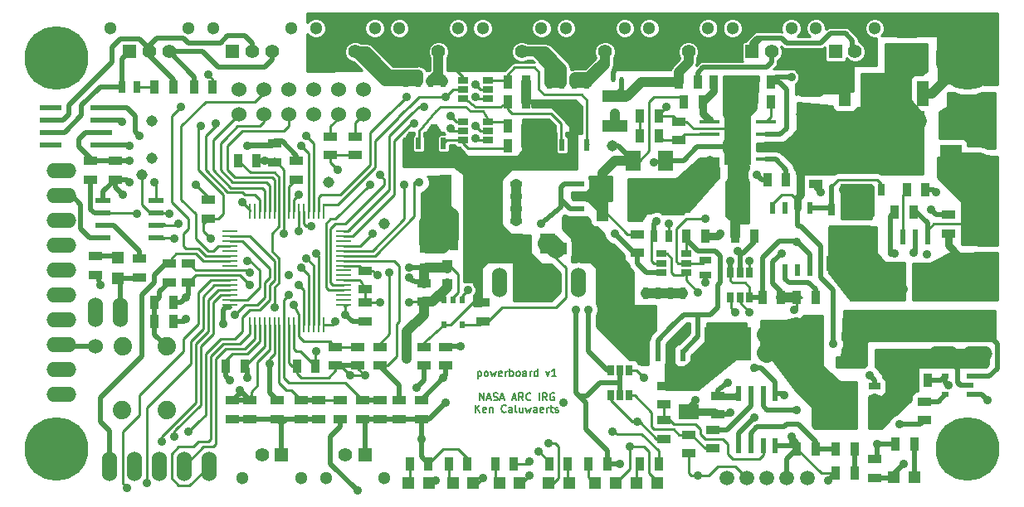
<source format=gtl>
G04 (created by PCBNEW (2013-07-07 BZR 4022)-stable) date 1/10/2014 4:16:43 PM*
%MOIN*%
G04 Gerber Fmt 3.4, Leading zero omitted, Abs format*
%FSLAX34Y34*%
G01*
G70*
G90*
G04 APERTURE LIST*
%ADD10C,0.00590551*%
%ADD11C,0.00738189*%
%ADD12O,0.12X0.06*%
%ADD13R,0.05X0.1*%
%ADD14R,0.08X0.06*%
%ADD15R,0.035X0.055*%
%ADD16R,0.055X0.035*%
%ADD17R,0.06X0.08*%
%ADD18R,0.0944882X0.125984*%
%ADD19R,0.0472X0.0472*%
%ADD20R,0.0551181X0.0551181*%
%ADD21C,0.0511811*%
%ADD22C,0.0551181*%
%ADD23O,0.06X0.12*%
%ADD24R,0.025X0.045*%
%ADD25C,0.06*%
%ADD26R,0.0562992X0.209843*%
%ADD27R,0.0464567X0.173228*%
%ADD28R,0.0866X0.0236*%
%ADD29R,0.059X0.011*%
%ADD30R,0.011X0.059*%
%ADD31R,0.1X0.05*%
%ADD32R,0.0157X0.0236*%
%ADD33R,0.03X0.02*%
%ADD34R,0.02X0.045*%
%ADD35C,0.0590551*%
%ADD36R,0.023622X0.0629921*%
%ADD37R,0.0629921X0.023622*%
%ADD38R,0.191339X0.132283*%
%ADD39C,0.255906*%
%ADD40R,0.0394X0.0315*%
%ADD41R,0.106299X0.192913*%
%ADD42C,0.023622*%
%ADD43C,0.0255906*%
%ADD44R,0.0846457X0.0177165*%
%ADD45R,0.185039X0.0590551*%
%ADD46R,0.165354X0.122047*%
%ADD47R,0.0275591X0.0452756*%
%ADD48R,0.02X0.03*%
%ADD49R,0.085X0.107992*%
%ADD50R,0.045X0.025*%
%ADD51C,0.074*%
%ADD52C,0.045*%
%ADD53R,0.0590551X0.185039*%
%ADD54R,0.122047X0.165354*%
%ADD55R,0.0452756X0.0275591*%
%ADD56R,0.045X0.02*%
%ADD57R,0.0394X0.0276*%
%ADD58R,0.0276X0.0394*%
%ADD59C,0.035*%
%ADD60C,0.00984252*%
%ADD61C,0.019685*%
%ADD62C,0.0393701*%
%ADD63C,0.01*%
%ADD64C,0.0787402*%
%ADD65C,0.0295276*%
G04 APERTURE END LIST*
G54D10*
G54D11*
X26195Y-22462D02*
X26195Y-22757D01*
X26195Y-22476D02*
X26223Y-22462D01*
X26279Y-22462D01*
X26307Y-22476D01*
X26321Y-22490D01*
X26335Y-22518D01*
X26335Y-22602D01*
X26321Y-22630D01*
X26307Y-22644D01*
X26279Y-22658D01*
X26223Y-22658D01*
X26195Y-22644D01*
X26504Y-22658D02*
X26476Y-22644D01*
X26462Y-22630D01*
X26448Y-22602D01*
X26448Y-22518D01*
X26462Y-22490D01*
X26476Y-22476D01*
X26504Y-22462D01*
X26546Y-22462D01*
X26574Y-22476D01*
X26588Y-22490D01*
X26602Y-22518D01*
X26602Y-22602D01*
X26588Y-22630D01*
X26574Y-22644D01*
X26546Y-22658D01*
X26504Y-22658D01*
X26701Y-22462D02*
X26757Y-22658D01*
X26813Y-22518D01*
X26870Y-22658D01*
X26926Y-22462D01*
X27151Y-22644D02*
X27123Y-22658D01*
X27066Y-22658D01*
X27038Y-22644D01*
X27024Y-22616D01*
X27024Y-22504D01*
X27038Y-22476D01*
X27066Y-22462D01*
X27123Y-22462D01*
X27151Y-22476D01*
X27165Y-22504D01*
X27165Y-22532D01*
X27024Y-22560D01*
X27291Y-22658D02*
X27291Y-22462D01*
X27291Y-22518D02*
X27305Y-22490D01*
X27320Y-22476D01*
X27348Y-22462D01*
X27376Y-22462D01*
X27474Y-22658D02*
X27474Y-22363D01*
X27474Y-22476D02*
X27502Y-22462D01*
X27559Y-22462D01*
X27587Y-22476D01*
X27601Y-22490D01*
X27615Y-22518D01*
X27615Y-22602D01*
X27601Y-22630D01*
X27587Y-22644D01*
X27559Y-22658D01*
X27502Y-22658D01*
X27474Y-22644D01*
X27784Y-22658D02*
X27755Y-22644D01*
X27741Y-22630D01*
X27727Y-22602D01*
X27727Y-22518D01*
X27741Y-22490D01*
X27755Y-22476D01*
X27784Y-22462D01*
X27826Y-22462D01*
X27854Y-22476D01*
X27868Y-22490D01*
X27882Y-22518D01*
X27882Y-22602D01*
X27868Y-22630D01*
X27854Y-22644D01*
X27826Y-22658D01*
X27784Y-22658D01*
X28135Y-22658D02*
X28135Y-22504D01*
X28121Y-22476D01*
X28093Y-22462D01*
X28037Y-22462D01*
X28008Y-22476D01*
X28135Y-22644D02*
X28107Y-22658D01*
X28037Y-22658D01*
X28008Y-22644D01*
X27994Y-22616D01*
X27994Y-22588D01*
X28008Y-22560D01*
X28037Y-22546D01*
X28107Y-22546D01*
X28135Y-22532D01*
X28276Y-22658D02*
X28276Y-22462D01*
X28276Y-22518D02*
X28290Y-22490D01*
X28304Y-22476D01*
X28332Y-22462D01*
X28360Y-22462D01*
X28585Y-22658D02*
X28585Y-22363D01*
X28585Y-22644D02*
X28557Y-22658D01*
X28501Y-22658D01*
X28473Y-22644D01*
X28458Y-22630D01*
X28444Y-22602D01*
X28444Y-22518D01*
X28458Y-22490D01*
X28473Y-22476D01*
X28501Y-22462D01*
X28557Y-22462D01*
X28585Y-22476D01*
X28922Y-22462D02*
X28993Y-22658D01*
X29063Y-22462D01*
X29330Y-22658D02*
X29161Y-22658D01*
X29246Y-22658D02*
X29246Y-22363D01*
X29218Y-22405D01*
X29190Y-22433D01*
X29161Y-22447D01*
X26265Y-23633D02*
X26265Y-23338D01*
X26434Y-23633D01*
X26434Y-23338D01*
X26560Y-23548D02*
X26701Y-23548D01*
X26532Y-23633D02*
X26631Y-23338D01*
X26729Y-23633D01*
X26813Y-23619D02*
X26856Y-23633D01*
X26926Y-23633D01*
X26954Y-23619D01*
X26968Y-23605D01*
X26982Y-23577D01*
X26982Y-23548D01*
X26968Y-23520D01*
X26954Y-23506D01*
X26926Y-23492D01*
X26870Y-23478D01*
X26841Y-23464D01*
X26827Y-23450D01*
X26813Y-23422D01*
X26813Y-23394D01*
X26827Y-23366D01*
X26841Y-23352D01*
X26870Y-23338D01*
X26940Y-23338D01*
X26982Y-23352D01*
X27095Y-23548D02*
X27235Y-23548D01*
X27066Y-23633D02*
X27165Y-23338D01*
X27263Y-23633D01*
X27573Y-23548D02*
X27713Y-23548D01*
X27544Y-23633D02*
X27643Y-23338D01*
X27741Y-23633D01*
X28008Y-23633D02*
X27910Y-23492D01*
X27840Y-23633D02*
X27840Y-23338D01*
X27952Y-23338D01*
X27980Y-23352D01*
X27994Y-23366D01*
X28008Y-23394D01*
X28008Y-23436D01*
X27994Y-23464D01*
X27980Y-23478D01*
X27952Y-23492D01*
X27840Y-23492D01*
X28304Y-23605D02*
X28290Y-23619D01*
X28248Y-23633D01*
X28219Y-23633D01*
X28177Y-23619D01*
X28149Y-23591D01*
X28135Y-23562D01*
X28121Y-23506D01*
X28121Y-23464D01*
X28135Y-23408D01*
X28149Y-23380D01*
X28177Y-23352D01*
X28219Y-23338D01*
X28248Y-23338D01*
X28290Y-23352D01*
X28304Y-23366D01*
X28655Y-23633D02*
X28655Y-23338D01*
X28965Y-23633D02*
X28866Y-23492D01*
X28796Y-23633D02*
X28796Y-23338D01*
X28908Y-23338D01*
X28937Y-23352D01*
X28951Y-23366D01*
X28965Y-23394D01*
X28965Y-23436D01*
X28951Y-23464D01*
X28937Y-23478D01*
X28908Y-23492D01*
X28796Y-23492D01*
X29246Y-23352D02*
X29218Y-23338D01*
X29176Y-23338D01*
X29133Y-23352D01*
X29105Y-23380D01*
X29091Y-23408D01*
X29077Y-23464D01*
X29077Y-23506D01*
X29091Y-23562D01*
X29105Y-23591D01*
X29133Y-23619D01*
X29176Y-23633D01*
X29204Y-23633D01*
X29246Y-23619D01*
X29260Y-23605D01*
X29260Y-23506D01*
X29204Y-23506D01*
X26103Y-24120D02*
X26103Y-23825D01*
X26272Y-24120D02*
X26145Y-23951D01*
X26272Y-23825D02*
X26103Y-23993D01*
X26511Y-24106D02*
X26483Y-24120D01*
X26427Y-24120D01*
X26399Y-24106D01*
X26384Y-24078D01*
X26384Y-23965D01*
X26399Y-23937D01*
X26427Y-23923D01*
X26483Y-23923D01*
X26511Y-23937D01*
X26525Y-23965D01*
X26525Y-23993D01*
X26384Y-24022D01*
X26652Y-23923D02*
X26652Y-24120D01*
X26652Y-23951D02*
X26666Y-23937D01*
X26694Y-23923D01*
X26736Y-23923D01*
X26764Y-23937D01*
X26778Y-23965D01*
X26778Y-24120D01*
X27312Y-24092D02*
X27298Y-24106D01*
X27256Y-24120D01*
X27228Y-24120D01*
X27186Y-24106D01*
X27158Y-24078D01*
X27144Y-24050D01*
X27130Y-23993D01*
X27130Y-23951D01*
X27144Y-23895D01*
X27158Y-23867D01*
X27186Y-23839D01*
X27228Y-23825D01*
X27256Y-23825D01*
X27298Y-23839D01*
X27312Y-23853D01*
X27566Y-24120D02*
X27566Y-23965D01*
X27552Y-23937D01*
X27523Y-23923D01*
X27467Y-23923D01*
X27439Y-23937D01*
X27566Y-24106D02*
X27537Y-24120D01*
X27467Y-24120D01*
X27439Y-24106D01*
X27425Y-24078D01*
X27425Y-24050D01*
X27439Y-24022D01*
X27467Y-24008D01*
X27537Y-24008D01*
X27566Y-23993D01*
X27748Y-24120D02*
X27720Y-24106D01*
X27706Y-24078D01*
X27706Y-23825D01*
X27987Y-23923D02*
X27987Y-24120D01*
X27861Y-23923D02*
X27861Y-24078D01*
X27875Y-24106D01*
X27903Y-24120D01*
X27945Y-24120D01*
X27973Y-24106D01*
X27987Y-24092D01*
X28100Y-23923D02*
X28156Y-24120D01*
X28212Y-23979D01*
X28269Y-24120D01*
X28325Y-23923D01*
X28564Y-24120D02*
X28564Y-23965D01*
X28550Y-23937D01*
X28522Y-23923D01*
X28465Y-23923D01*
X28437Y-23937D01*
X28564Y-24106D02*
X28536Y-24120D01*
X28465Y-24120D01*
X28437Y-24106D01*
X28423Y-24078D01*
X28423Y-24050D01*
X28437Y-24022D01*
X28465Y-24008D01*
X28536Y-24008D01*
X28564Y-23993D01*
X28817Y-24106D02*
X28789Y-24120D01*
X28733Y-24120D01*
X28705Y-24106D01*
X28690Y-24078D01*
X28690Y-23965D01*
X28705Y-23937D01*
X28733Y-23923D01*
X28789Y-23923D01*
X28817Y-23937D01*
X28831Y-23965D01*
X28831Y-23993D01*
X28690Y-24022D01*
X28958Y-24120D02*
X28958Y-23923D01*
X28958Y-23979D02*
X28972Y-23951D01*
X28986Y-23937D01*
X29014Y-23923D01*
X29042Y-23923D01*
X29098Y-23923D02*
X29211Y-23923D01*
X29140Y-23825D02*
X29140Y-24078D01*
X29154Y-24106D01*
X29183Y-24120D01*
X29211Y-24120D01*
X29295Y-24106D02*
X29323Y-24120D01*
X29379Y-24120D01*
X29408Y-24106D01*
X29422Y-24078D01*
X29422Y-24064D01*
X29408Y-24036D01*
X29379Y-24022D01*
X29337Y-24022D01*
X29309Y-24008D01*
X29295Y-23979D01*
X29295Y-23965D01*
X29309Y-23937D01*
X29337Y-23923D01*
X29379Y-23923D01*
X29408Y-23937D01*
G54D12*
X39566Y-12114D03*
X39566Y-11114D03*
G54D13*
X42850Y-11275D03*
X44050Y-11275D03*
G54D14*
X34645Y-22775D03*
X34645Y-24075D03*
G54D15*
X32695Y-12204D03*
X33445Y-12204D03*
X39745Y-25590D03*
X38995Y-25590D03*
G54D16*
X39763Y-14191D03*
X39763Y-14941D03*
X34251Y-13170D03*
X34251Y-12420D03*
G54D15*
X43522Y-22834D03*
X44272Y-22834D03*
G54D13*
X42125Y-11275D03*
X40925Y-11275D03*
G54D15*
X41319Y-25590D03*
X40569Y-25590D03*
X37813Y-14763D03*
X38563Y-14763D03*
X39745Y-19488D03*
X38995Y-19488D03*
G54D17*
X33720Y-13976D03*
X32420Y-13976D03*
G54D15*
X13207Y-20472D03*
X13957Y-20472D03*
G54D16*
X15354Y-16319D03*
X15354Y-15569D03*
X14566Y-18878D03*
X14566Y-18128D03*
G54D15*
X42932Y-16043D03*
X43682Y-16043D03*
X16062Y-22244D03*
X16812Y-22244D03*
G54D16*
X17027Y-23640D03*
X17027Y-24390D03*
X18110Y-23640D03*
X18110Y-24390D03*
X19094Y-23640D03*
X19094Y-24390D03*
G54D15*
X25215Y-17322D03*
X25965Y-17322D03*
G54D16*
X18011Y-13306D03*
X18011Y-14056D03*
G54D15*
X19666Y-22244D03*
X18916Y-22244D03*
G54D16*
X21555Y-23640D03*
X21555Y-24390D03*
X18897Y-13995D03*
X18897Y-14745D03*
X21653Y-18424D03*
X21653Y-19174D03*
X11614Y-14745D03*
X11614Y-13995D03*
X24015Y-19666D03*
X24015Y-18916D03*
G54D18*
X36614Y-15551D03*
X34015Y-15551D03*
G54D19*
X32559Y-26968D03*
X33385Y-26968D03*
X30886Y-26968D03*
X31712Y-26968D03*
X29842Y-26968D03*
X29016Y-26968D03*
X24231Y-26968D03*
X23405Y-26968D03*
X26003Y-26968D03*
X25177Y-26968D03*
X27873Y-26968D03*
X27047Y-26968D03*
X11712Y-17894D03*
X11712Y-18720D03*
G54D20*
X12204Y-9606D03*
G54D21*
X11417Y-8661D03*
G54D22*
X12992Y-9606D03*
X13779Y-9606D03*
G54D21*
X14566Y-8661D03*
G54D20*
X16338Y-9606D03*
G54D21*
X15551Y-8661D03*
G54D22*
X17125Y-9606D03*
X17913Y-9606D03*
G54D21*
X18700Y-8661D03*
X26377Y-8661D03*
G54D20*
X27165Y-9606D03*
G54D22*
X27952Y-9606D03*
G54D21*
X28740Y-8661D03*
X29724Y-8661D03*
G54D20*
X30511Y-9606D03*
G54D22*
X31299Y-9606D03*
G54D21*
X32086Y-8661D03*
X19685Y-8661D03*
G54D20*
X20472Y-9606D03*
G54D22*
X21259Y-9606D03*
G54D21*
X22047Y-8661D03*
X23031Y-8661D03*
G54D20*
X23818Y-9606D03*
G54D22*
X24606Y-9606D03*
G54D21*
X25393Y-8661D03*
X33070Y-8661D03*
G54D20*
X33858Y-9606D03*
G54D22*
X34645Y-9606D03*
G54D21*
X35433Y-8661D03*
X19094Y-26771D03*
G54D20*
X18307Y-25826D03*
G54D22*
X17519Y-25826D03*
G54D21*
X16732Y-26771D03*
X22440Y-26771D03*
G54D20*
X21653Y-25826D03*
G54D22*
X20866Y-25826D03*
G54D21*
X20078Y-26771D03*
G54D12*
X44881Y-21759D03*
X44881Y-20759D03*
X43425Y-8751D03*
X43425Y-9751D03*
G54D23*
X28059Y-18897D03*
X27059Y-18897D03*
X29224Y-18897D03*
X30224Y-18897D03*
G54D24*
X11904Y-11023D03*
X12504Y-11023D03*
G54D25*
X10826Y-21456D03*
G54D23*
X11818Y-20078D03*
X10818Y-20078D03*
G54D26*
X39566Y-21259D03*
X41157Y-21259D03*
G54D27*
X32480Y-15551D03*
X31177Y-15551D03*
G54D15*
X34270Y-10826D03*
X35020Y-10826D03*
G54D16*
X44133Y-23680D03*
X44133Y-24430D03*
X21653Y-20453D03*
X21653Y-19703D03*
G54D15*
X33445Y-12992D03*
X32695Y-12992D03*
X37284Y-17027D03*
X36534Y-17027D03*
X41319Y-26574D03*
X40569Y-26574D03*
X37973Y-10826D03*
X37223Y-10826D03*
G54D16*
X33661Y-24428D03*
X33661Y-25178D03*
G54D15*
X37973Y-11614D03*
X37223Y-11614D03*
X42965Y-25400D03*
X43715Y-25400D03*
G54D16*
X33661Y-23800D03*
X33661Y-23050D03*
X34645Y-25768D03*
X34645Y-25018D03*
X42125Y-26002D03*
X42125Y-26752D03*
X35629Y-25571D03*
X35629Y-24821D03*
G54D15*
X38367Y-19488D03*
X37617Y-19488D03*
X34467Y-11614D03*
X35217Y-11614D03*
X35648Y-10826D03*
X36398Y-10826D03*
X33445Y-26181D03*
X32695Y-26181D03*
G54D16*
X32578Y-17697D03*
X32578Y-16947D03*
G54D15*
X31378Y-26181D03*
X30628Y-26181D03*
X35315Y-17027D03*
X34565Y-17027D03*
X29054Y-26181D03*
X29804Y-26181D03*
X13957Y-19685D03*
X13207Y-19685D03*
G54D16*
X13779Y-18878D03*
X13779Y-18128D03*
G54D15*
X23443Y-26181D03*
X24193Y-26181D03*
X25018Y-26181D03*
X25768Y-26181D03*
X26888Y-26181D03*
X27638Y-26181D03*
X17304Y-13976D03*
X16554Y-13976D03*
X15532Y-11023D03*
X14782Y-11023D03*
X13207Y-11023D03*
X13957Y-11023D03*
G54D16*
X21259Y-13760D03*
X21259Y-13010D03*
X20275Y-13760D03*
X20275Y-13010D03*
X10629Y-14745D03*
X10629Y-13995D03*
X24015Y-21475D03*
X24015Y-22225D03*
X16338Y-23640D03*
X16338Y-24390D03*
X24901Y-21475D03*
X24901Y-22225D03*
X23917Y-23640D03*
X23917Y-24390D03*
X12598Y-17932D03*
X12598Y-18682D03*
X20669Y-24390D03*
X20669Y-23640D03*
X19783Y-23640D03*
X19783Y-24390D03*
X10826Y-18583D03*
X10826Y-17833D03*
G54D15*
X43424Y-15157D03*
X44174Y-15157D03*
G54D16*
X22244Y-23640D03*
X22244Y-24390D03*
G54D28*
X11073Y-13350D03*
X11073Y-12850D03*
X11073Y-12350D03*
X11073Y-11850D03*
X9027Y-11850D03*
X9027Y-12350D03*
X9027Y-12850D03*
X9027Y-13350D03*
G54D29*
X16220Y-16831D03*
X16220Y-17028D03*
X16220Y-17225D03*
X16220Y-17422D03*
X16220Y-17619D03*
X16220Y-17815D03*
X16220Y-18012D03*
X16220Y-18209D03*
X16220Y-18405D03*
X16220Y-18602D03*
X16220Y-18799D03*
X16220Y-18995D03*
X16220Y-19192D03*
X16220Y-19389D03*
X16220Y-19586D03*
X16220Y-19783D03*
G54D30*
X17027Y-20590D03*
X17224Y-20590D03*
X17421Y-20590D03*
X17618Y-20590D03*
X17815Y-20590D03*
X18011Y-20590D03*
X18208Y-20590D03*
X18405Y-20590D03*
X18601Y-20590D03*
X18798Y-20590D03*
X18995Y-20590D03*
X19191Y-20590D03*
X19388Y-20590D03*
X19585Y-20590D03*
X19782Y-20590D03*
X19979Y-20590D03*
G54D29*
X20786Y-19783D03*
X20786Y-19586D03*
X20786Y-19389D03*
X20786Y-19192D03*
X20786Y-18995D03*
X20786Y-18799D03*
X20786Y-18602D03*
X20786Y-18405D03*
X20786Y-18209D03*
X20786Y-18012D03*
X20786Y-17815D03*
X20786Y-17619D03*
X20786Y-17422D03*
X20786Y-17225D03*
X20786Y-17028D03*
X20786Y-16831D03*
G54D30*
X19979Y-16024D03*
X19782Y-16024D03*
X19585Y-16024D03*
X19388Y-16024D03*
X19191Y-16024D03*
X18995Y-16024D03*
X18798Y-16024D03*
X18601Y-16024D03*
X18405Y-16024D03*
X18208Y-16024D03*
X18011Y-16024D03*
X17815Y-16024D03*
X17618Y-16024D03*
X17421Y-16024D03*
X17224Y-16024D03*
X17027Y-16024D03*
G54D16*
X35826Y-23443D03*
X35826Y-24193D03*
G54D14*
X43503Y-20609D03*
X43503Y-21909D03*
X42519Y-20609D03*
X42519Y-21909D03*
G54D13*
X24892Y-15059D03*
X26092Y-15059D03*
X26092Y-16338D03*
X24892Y-16338D03*
G54D31*
X31692Y-11407D03*
X31692Y-12607D03*
G54D19*
X43733Y-26740D03*
X42907Y-26740D03*
G54D24*
X30221Y-17519D03*
X29621Y-17519D03*
G54D32*
X31968Y-10728D03*
X31614Y-10728D03*
G54D16*
X24114Y-18288D03*
X24114Y-17538D03*
G54D33*
X45972Y-23406D03*
X45972Y-22656D03*
X44972Y-23406D03*
X45972Y-23031D03*
X44972Y-22656D03*
G54D34*
X38029Y-15875D03*
X38529Y-15875D03*
X39029Y-15875D03*
X39529Y-15875D03*
X39529Y-18375D03*
X39029Y-18375D03*
X38529Y-18375D03*
X38029Y-18375D03*
G54D17*
X45138Y-12401D03*
X43838Y-12401D03*
G54D35*
X37007Y-26771D03*
X37795Y-26771D03*
X38582Y-26771D03*
X36181Y-26771D03*
X39409Y-26771D03*
G54D36*
X36663Y-23346D03*
X36663Y-25472D03*
X37155Y-23346D03*
X37647Y-23346D03*
X38139Y-23346D03*
X37155Y-25472D03*
X37647Y-25472D03*
X38139Y-25472D03*
X42765Y-17047D03*
X42765Y-19173D03*
X43257Y-17047D03*
X43750Y-17047D03*
X44242Y-17047D03*
X43257Y-19173D03*
X43750Y-19173D03*
X44242Y-19173D03*
G54D37*
X13267Y-15600D03*
X11141Y-15600D03*
X13267Y-16092D03*
X13267Y-16584D03*
X13267Y-17076D03*
X11141Y-16092D03*
X11141Y-16584D03*
X11141Y-17076D03*
G54D21*
X36417Y-8661D03*
G54D20*
X37204Y-9606D03*
G54D22*
X37992Y-9606D03*
G54D21*
X38779Y-8661D03*
X39763Y-8661D03*
G54D20*
X40551Y-9606D03*
G54D22*
X41338Y-9606D03*
G54D21*
X42125Y-8661D03*
G54D20*
X37788Y-21720D03*
X37788Y-20996D03*
G54D38*
X36220Y-21358D03*
G54D16*
X22244Y-21475D03*
X22244Y-22225D03*
X23031Y-24390D03*
X23031Y-23640D03*
G54D39*
X45866Y-9842D03*
X45866Y-25590D03*
X9251Y-9842D03*
X9251Y-25590D03*
G54D40*
X25826Y-18503D03*
X24960Y-18878D03*
X24960Y-18128D03*
G54D41*
X36614Y-13188D03*
G54D42*
X36870Y-13188D03*
G54D43*
X36358Y-13188D03*
X36870Y-13700D03*
X36358Y-13700D03*
X36358Y-12677D03*
X36870Y-12677D03*
G54D44*
X37746Y-13938D03*
X37746Y-13438D03*
X37746Y-12938D03*
X37746Y-12438D03*
X35482Y-12438D03*
X35482Y-12938D03*
X35482Y-13438D03*
X35482Y-13938D03*
G54D16*
X45078Y-16910D03*
X45078Y-16160D03*
X21358Y-21475D03*
X21358Y-22225D03*
X20472Y-21475D03*
X20472Y-22225D03*
G54D12*
X46259Y-21759D03*
X46259Y-20759D03*
G54D45*
X41633Y-12992D03*
G54D46*
X41633Y-13897D03*
G54D47*
X40885Y-15147D03*
X41385Y-15147D03*
X41885Y-15147D03*
X42385Y-15147D03*
G54D45*
X41141Y-18110D03*
G54D46*
X41141Y-17204D03*
G54D47*
X41889Y-15954D03*
X41389Y-15954D03*
X40889Y-15954D03*
X40389Y-15954D03*
G54D16*
X26377Y-20453D03*
X26377Y-19703D03*
G54D17*
X28996Y-17322D03*
X27696Y-17322D03*
G54D48*
X25571Y-19578D03*
X24821Y-19578D03*
X25571Y-20578D03*
X25196Y-19578D03*
X24821Y-20578D03*
G54D49*
X45177Y-13877D03*
X43437Y-13877D03*
G54D24*
X33262Y-17027D03*
X33862Y-17027D03*
G54D50*
X35334Y-18007D03*
X35334Y-18607D03*
G54D51*
X11905Y-24015D03*
X11910Y-21457D03*
X13685Y-24015D03*
X13680Y-21457D03*
G54D52*
X13090Y-12401D03*
X13090Y-13877D03*
X12696Y-14566D03*
X22440Y-16535D03*
X20177Y-14862D03*
X31594Y-13385D03*
G54D53*
X39960Y-23818D03*
G54D54*
X40866Y-23818D03*
G54D55*
X42116Y-24566D03*
X42116Y-24066D03*
X42116Y-23566D03*
X42116Y-23066D03*
G54D15*
X28130Y-10826D03*
X27380Y-10826D03*
X28130Y-11614D03*
X27380Y-11614D03*
X28130Y-12598D03*
X27380Y-12598D03*
X28130Y-13385D03*
X27380Y-13385D03*
G54D34*
X29072Y-10856D03*
X29572Y-10856D03*
X30072Y-10856D03*
X30572Y-10856D03*
X30572Y-13356D03*
X30072Y-13356D03*
X29572Y-13356D03*
X29072Y-13356D03*
X23305Y-10797D03*
X23805Y-10797D03*
X24305Y-10797D03*
X24805Y-10797D03*
X24805Y-13297D03*
X24305Y-13297D03*
X23805Y-13297D03*
X23305Y-13297D03*
G54D56*
X27726Y-16419D03*
X27726Y-15919D03*
X27726Y-15419D03*
X27726Y-14919D03*
X30226Y-14919D03*
X30226Y-15419D03*
X30226Y-15919D03*
X30226Y-16419D03*
G54D34*
X32911Y-19320D03*
X33411Y-19320D03*
X33911Y-19320D03*
X34411Y-19320D03*
X34411Y-21820D03*
X33911Y-21820D03*
X33411Y-21820D03*
X32911Y-21820D03*
G54D57*
X33555Y-18485D03*
X33555Y-18110D03*
X33555Y-17735D03*
X34555Y-17735D03*
X34555Y-18110D03*
X34555Y-18485D03*
G54D58*
X32264Y-23433D03*
X31889Y-23433D03*
X31514Y-23433D03*
X31514Y-22433D03*
X31889Y-22433D03*
X32264Y-22433D03*
G54D57*
X26582Y-10747D03*
X26582Y-11122D03*
X26582Y-11497D03*
X25582Y-11497D03*
X25582Y-11122D03*
X25582Y-10747D03*
X26582Y-12420D03*
X26582Y-12795D03*
X26582Y-13170D03*
X25582Y-13170D03*
X25582Y-12795D03*
X25582Y-12420D03*
G54D58*
X37087Y-19496D03*
X36712Y-19496D03*
X36337Y-19496D03*
X36337Y-18496D03*
X36712Y-18496D03*
X37087Y-18496D03*
G54D12*
X9448Y-23397D03*
X9448Y-22397D03*
X9448Y-21397D03*
X9448Y-20397D03*
X9448Y-19397D03*
X9448Y-18397D03*
X9448Y-17397D03*
X9448Y-16397D03*
X9448Y-15397D03*
X9448Y-14397D03*
G54D23*
X11385Y-26279D03*
X12385Y-26279D03*
X13385Y-26279D03*
X14385Y-26279D03*
X15385Y-26279D03*
G54D12*
X46358Y-12051D03*
X46358Y-13051D03*
X46358Y-14051D03*
X46358Y-15051D03*
X46358Y-16051D03*
X46358Y-17051D03*
X46358Y-18051D03*
X46358Y-19051D03*
G54D25*
X21594Y-11114D03*
X21594Y-12114D03*
X20594Y-11114D03*
X20594Y-12114D03*
X19594Y-11114D03*
X19594Y-12114D03*
X18594Y-11114D03*
X18594Y-12114D03*
X17594Y-11114D03*
X17594Y-12114D03*
X16594Y-11114D03*
X16594Y-12114D03*
G54D59*
X26771Y-14468D03*
X44212Y-17755D03*
X29527Y-11889D03*
X30072Y-12007D03*
X45078Y-23031D03*
X28641Y-13385D03*
X26082Y-14173D03*
X29921Y-14074D03*
X28740Y-13976D03*
X24409Y-12795D03*
X23326Y-13877D03*
X24311Y-13877D03*
X26771Y-16633D03*
X26771Y-17125D03*
X36811Y-20866D03*
X35925Y-16929D03*
X33956Y-22244D03*
X34448Y-20866D03*
X36023Y-20866D03*
X25787Y-19192D03*
X18996Y-18996D03*
X18602Y-19389D03*
X44586Y-15255D03*
X23720Y-23129D03*
X16633Y-23228D03*
X17814Y-22145D03*
X24803Y-22736D03*
X14566Y-24901D03*
X13484Y-25295D03*
X28248Y-26673D03*
X12598Y-12992D03*
X19291Y-12992D03*
X12204Y-13385D03*
X19094Y-13385D03*
X20472Y-20472D03*
X42913Y-17716D03*
X24901Y-11417D03*
X23326Y-11417D03*
X26082Y-10925D03*
X23622Y-12500D03*
X25098Y-12696D03*
X26082Y-12598D03*
X24015Y-11811D03*
X35334Y-16338D03*
X19488Y-16633D03*
X33366Y-16437D03*
X18996Y-16830D03*
X23818Y-14862D03*
X23228Y-14960D03*
X15649Y-12500D03*
X16929Y-18011D03*
X15452Y-17125D03*
X15059Y-12598D03*
X14271Y-11811D03*
X18996Y-15354D03*
X36614Y-17618D03*
X19685Y-17716D03*
X13779Y-16141D03*
X20866Y-20177D03*
X37106Y-20078D03*
X26377Y-26771D03*
X12893Y-26968D03*
X43700Y-17677D03*
X18011Y-19881D03*
X14173Y-16535D03*
X19291Y-17913D03*
X13976Y-17125D03*
X19094Y-18307D03*
X21948Y-16929D03*
X12500Y-16141D03*
X12106Y-27165D03*
X24507Y-26870D03*
X22244Y-14566D03*
X21850Y-14960D03*
X13976Y-25098D03*
X28641Y-25688D03*
X30610Y-19980D03*
X35039Y-19291D03*
X35334Y-18897D03*
X30118Y-19980D03*
X31889Y-26181D03*
X21358Y-27263D03*
X41830Y-21161D03*
X41850Y-20354D03*
X35039Y-26673D03*
X36220Y-22933D03*
X16437Y-20177D03*
X43110Y-24606D03*
X43307Y-26181D03*
X15944Y-20570D03*
X46653Y-23622D03*
X41633Y-12696D03*
X42322Y-12696D03*
X39566Y-13385D03*
X39566Y-12874D03*
X42820Y-10430D03*
X42690Y-12110D03*
X40452Y-21358D03*
X25492Y-21456D03*
X42322Y-13287D03*
X41633Y-13287D03*
X40944Y-13287D03*
X40944Y-12696D03*
X42322Y-13877D03*
X41633Y-13897D03*
X40944Y-13877D03*
X38779Y-10629D03*
X16732Y-15649D03*
X31594Y-24901D03*
X35629Y-14566D03*
X37401Y-14566D03*
X40551Y-17322D03*
X41102Y-16811D03*
X40551Y-16811D03*
X42913Y-18307D03*
X42440Y-18582D03*
X44803Y-18622D03*
X43818Y-18543D03*
X38976Y-17244D03*
X36318Y-18011D03*
X22637Y-18503D03*
X44389Y-15944D03*
X18799Y-19783D03*
X12204Y-14862D03*
X11909Y-15354D03*
X11889Y-12440D03*
X29625Y-23720D03*
X23326Y-21555D03*
X11023Y-18996D03*
X14468Y-19488D03*
X42224Y-25393D03*
X22244Y-19685D03*
X23425Y-19685D03*
X18405Y-16929D03*
X19685Y-21653D03*
X17027Y-18996D03*
X16240Y-22834D03*
X17618Y-13976D03*
X20570Y-14370D03*
X23326Y-21948D03*
X24960Y-18878D03*
X37283Y-22322D03*
X43346Y-23425D03*
X43070Y-23897D03*
X29015Y-25354D03*
X37106Y-18011D03*
X36515Y-20078D03*
X31692Y-12106D03*
X32578Y-24507D03*
X32874Y-22736D03*
X34940Y-23622D03*
X33858Y-16535D03*
X26082Y-13090D03*
X25098Y-12204D03*
X25196Y-10236D03*
X26082Y-11417D03*
X31889Y-10137D03*
X23425Y-18307D03*
X21062Y-22637D03*
X16929Y-22736D03*
X21653Y-22637D03*
X14468Y-20374D03*
X16929Y-13385D03*
X38779Y-25098D03*
X37303Y-24311D03*
X36318Y-24114D03*
X38484Y-23425D03*
X40255Y-26870D03*
X12204Y-13976D03*
X13188Y-14862D03*
X14862Y-14960D03*
X18602Y-18602D03*
X17027Y-18503D03*
X22145Y-18602D03*
X33759Y-11811D03*
X33267Y-14074D03*
X36909Y-11515D03*
X36417Y-12007D03*
X36417Y-11515D03*
X36909Y-12007D03*
X18897Y-13995D03*
X23425Y-18700D03*
X38877Y-19980D03*
X38385Y-17716D03*
X36614Y-15944D03*
X39960Y-15255D03*
X24015Y-16929D03*
X24507Y-16929D03*
X24311Y-16437D03*
X15354Y-10531D03*
X23917Y-25196D03*
X24901Y-23720D03*
X28248Y-26082D03*
X32283Y-25492D03*
X24507Y-18288D03*
X31692Y-16929D03*
X28740Y-16535D03*
X38976Y-24015D03*
X41929Y-22637D03*
X41338Y-9606D03*
G54D60*
X26181Y-15059D02*
X26771Y-14468D01*
X26092Y-15059D02*
X26181Y-15059D01*
G54D61*
X29645Y-11614D02*
X29645Y-11771D01*
X29645Y-11771D02*
X29527Y-11889D01*
X30072Y-13356D02*
X30072Y-12007D01*
X30072Y-12007D02*
X30072Y-12001D01*
X29685Y-11614D02*
X29645Y-11614D01*
X29645Y-11614D02*
X28130Y-11614D01*
X30072Y-12001D02*
X29685Y-11614D01*
G54D62*
X34270Y-10826D02*
X32775Y-10826D01*
X32194Y-11407D02*
X31692Y-11407D01*
X32775Y-10826D02*
X32194Y-11407D01*
X34270Y-10826D02*
X34270Y-10414D01*
X34270Y-10414D02*
X34645Y-10039D01*
X34645Y-10039D02*
X34645Y-9606D01*
G54D61*
X44972Y-22656D02*
X44972Y-22925D01*
X45078Y-23031D02*
X44972Y-22925D01*
G54D62*
X28130Y-12598D02*
X28130Y-13385D01*
X28130Y-11614D02*
X28130Y-10826D01*
G54D60*
X28130Y-13385D02*
X28641Y-13385D01*
X28130Y-13385D02*
X28641Y-13385D01*
X26092Y-15059D02*
X26092Y-14182D01*
X26092Y-14182D02*
X26082Y-14173D01*
G54D63*
X30072Y-13356D02*
X30072Y-13923D01*
X30072Y-13923D02*
X29921Y-14074D01*
X29072Y-13356D02*
X29072Y-13643D01*
X29072Y-13643D02*
X28740Y-13976D01*
X24305Y-13297D02*
X24305Y-12899D01*
X24305Y-12899D02*
X24409Y-12795D01*
G54D61*
X23305Y-13297D02*
X23305Y-13856D01*
X23305Y-13856D02*
X23326Y-13877D01*
X24305Y-13297D02*
X24305Y-13872D01*
X24305Y-13872D02*
X24311Y-13877D01*
X31968Y-10728D02*
X31968Y-11132D01*
X31968Y-11132D02*
X31692Y-11407D01*
X26771Y-17125D02*
X26771Y-16633D01*
X26771Y-16633D02*
X26771Y-17125D01*
X44272Y-22834D02*
X44794Y-22834D01*
X44794Y-22834D02*
X44972Y-22656D01*
G54D63*
X24821Y-20578D02*
X23936Y-21395D01*
X23936Y-21395D02*
X24015Y-21475D01*
G54D62*
X29224Y-18897D02*
X29133Y-18897D01*
X29133Y-18897D02*
X28059Y-17822D01*
X28059Y-18897D02*
X28059Y-17822D01*
X28059Y-17822D02*
X28059Y-17685D01*
X28059Y-17685D02*
X27696Y-17322D01*
G54D63*
X26377Y-19703D02*
X25965Y-19703D01*
X25965Y-19703D02*
X25984Y-19685D01*
G54D64*
X26190Y-14566D02*
X26190Y-16544D01*
X26190Y-16544D02*
X26771Y-17125D01*
X26771Y-17125D02*
X26771Y-17125D01*
X26771Y-17125D02*
X26771Y-17125D01*
X26771Y-17125D02*
X26377Y-16732D01*
G54D63*
X26574Y-14182D02*
X26190Y-14566D01*
X24821Y-20578D02*
X25090Y-20578D01*
X26181Y-18858D02*
X25826Y-18503D01*
X26181Y-19488D02*
X26181Y-18858D01*
X25090Y-20578D02*
X25984Y-19685D01*
X25984Y-19685D02*
X26181Y-19488D01*
G54D62*
X25826Y-18700D02*
X25826Y-17264D01*
X25826Y-17264D02*
X25965Y-17125D01*
G54D63*
X44794Y-22834D02*
X44972Y-22656D01*
G54D62*
X25965Y-17125D02*
X27174Y-17125D01*
G54D65*
X34645Y-10039D02*
X34645Y-9606D01*
X34270Y-10414D02*
X34645Y-10039D01*
G54D62*
X27174Y-17125D02*
X27362Y-17313D01*
X27362Y-17313D02*
X27362Y-17322D01*
X27362Y-17322D02*
X27362Y-17313D01*
G54D63*
X28996Y-17322D02*
X29424Y-17322D01*
X29424Y-17322D02*
X29621Y-17519D01*
X25571Y-20578D02*
X26252Y-20578D01*
X26252Y-20578D02*
X26377Y-20453D01*
X28996Y-17322D02*
X28996Y-17579D01*
X26593Y-20453D02*
X26377Y-20453D01*
X27165Y-19881D02*
X26593Y-20453D01*
X29330Y-19881D02*
X27165Y-19881D01*
X29724Y-19488D02*
X29330Y-19881D01*
X29724Y-18307D02*
X29724Y-19488D01*
X28996Y-17579D02*
X29724Y-18307D01*
G54D64*
X28996Y-17322D02*
X29133Y-17322D01*
X29133Y-17322D02*
X29330Y-17519D01*
G54D62*
X30226Y-16419D02*
X30226Y-16712D01*
X30226Y-16712D02*
X31299Y-17785D01*
X30221Y-17519D02*
X31033Y-17519D01*
X31033Y-17519D02*
X31299Y-17785D01*
G54D61*
X36220Y-21358D02*
X36437Y-21358D01*
X36437Y-21358D02*
X36811Y-20866D01*
G54D65*
X35826Y-17027D02*
X35925Y-16929D01*
X35315Y-17027D02*
X35826Y-17027D01*
G54D63*
X33661Y-23050D02*
X34370Y-23050D01*
X34370Y-23050D02*
X34645Y-22775D01*
G54D61*
X33956Y-21358D02*
X34448Y-20866D01*
X36220Y-21062D02*
X36220Y-21358D01*
X36023Y-20866D02*
X36220Y-21062D01*
X33911Y-22198D02*
X33956Y-22244D01*
X33911Y-21820D02*
X33911Y-22198D01*
G54D64*
X34645Y-22775D02*
X34645Y-22637D01*
X34645Y-22637D02*
X36220Y-21358D01*
G54D63*
X32578Y-16947D02*
X32203Y-16947D01*
X31177Y-15921D02*
X31177Y-15551D01*
X32203Y-16947D02*
X31177Y-15921D01*
G54D62*
X30226Y-15419D02*
X31045Y-15419D01*
X31045Y-15419D02*
X31177Y-15551D01*
G54D61*
X31594Y-13385D02*
X31830Y-13385D01*
X31830Y-13385D02*
X32420Y-13976D01*
G54D63*
X31830Y-13385D02*
X32420Y-13976D01*
G54D62*
X32420Y-13976D02*
X31692Y-13976D01*
X31177Y-14492D02*
X31177Y-15551D01*
X31692Y-13976D02*
X31177Y-14492D01*
G54D63*
X32420Y-13976D02*
X32677Y-13976D01*
X33267Y-11417D02*
X34467Y-11417D01*
X33070Y-11614D02*
X33267Y-11417D01*
X33070Y-13582D02*
X33070Y-11614D01*
X32677Y-13976D02*
X33070Y-13582D01*
X19191Y-20590D02*
X19191Y-19191D01*
X25571Y-19408D02*
X25571Y-19578D01*
X25787Y-19192D02*
X25571Y-19408D01*
X19191Y-19191D02*
X18996Y-18996D01*
G54D61*
X21555Y-23640D02*
X22244Y-23640D01*
X44174Y-15157D02*
X44488Y-15157D01*
X44488Y-15157D02*
X44586Y-15255D01*
G54D63*
X18405Y-20590D02*
X18405Y-19586D01*
X18405Y-19586D02*
X18602Y-19389D01*
X18405Y-20590D02*
X18405Y-20078D01*
X18405Y-20078D02*
X18405Y-19980D01*
X18602Y-19389D02*
X18503Y-19488D01*
X18405Y-20590D02*
X18405Y-22736D01*
X20847Y-22933D02*
X21555Y-23640D01*
X18602Y-22933D02*
X20847Y-22933D01*
X18405Y-22736D02*
X18602Y-22933D01*
G54D61*
X17027Y-23640D02*
X17027Y-23622D01*
X17027Y-23622D02*
X16633Y-23228D01*
X16633Y-23228D02*
X16633Y-23345D01*
X16633Y-23345D02*
X16338Y-23640D01*
X24015Y-22225D02*
X24015Y-22834D01*
X24015Y-22834D02*
X23720Y-23129D01*
X16338Y-23640D02*
X17027Y-23640D01*
G54D63*
X23720Y-23129D02*
X24015Y-22834D01*
X17135Y-23237D02*
X17036Y-23631D01*
X17036Y-23631D02*
X17027Y-23640D01*
X17815Y-20590D02*
X17815Y-21591D01*
X17322Y-23050D02*
X17135Y-23237D01*
X17135Y-23237D02*
X17125Y-23247D01*
X17322Y-22084D02*
X17322Y-23050D01*
X17815Y-21591D02*
X17322Y-22084D01*
G54D61*
X18110Y-23640D02*
X18110Y-23622D01*
X17814Y-23326D02*
X17814Y-22145D01*
X18110Y-23622D02*
X17814Y-23326D01*
X23917Y-23640D02*
X23917Y-23622D01*
X23917Y-23622D02*
X24901Y-22637D01*
X24901Y-22637D02*
X24901Y-22225D01*
G54D63*
X17814Y-22145D02*
X17814Y-22145D01*
X17814Y-22145D02*
X17814Y-21948D01*
X23917Y-23640D02*
X23898Y-23640D01*
X23898Y-23640D02*
X24803Y-22736D01*
X24901Y-22225D02*
X24901Y-22637D01*
X24901Y-22637D02*
X24803Y-22736D01*
X18011Y-20590D02*
X18011Y-21751D01*
X18011Y-21751D02*
X17814Y-21948D01*
G54D61*
X19094Y-23640D02*
X19783Y-23640D01*
G54D63*
X20669Y-23640D02*
X19783Y-23640D01*
X18208Y-20590D02*
X18208Y-22933D01*
X18208Y-22933D02*
X18503Y-23228D01*
X18503Y-23228D02*
X18682Y-23228D01*
X18682Y-23228D02*
X19094Y-23640D01*
X43257Y-17047D02*
X43257Y-15384D01*
X43257Y-15384D02*
X43424Y-15157D01*
X17224Y-17224D02*
X18011Y-18011D01*
X16220Y-17028D02*
X17028Y-17028D01*
X17028Y-17028D02*
X17224Y-17224D01*
X17421Y-19980D02*
X17027Y-19980D01*
X17814Y-19586D02*
X17421Y-19980D01*
X17814Y-18996D02*
X17814Y-19586D01*
X18011Y-18799D02*
X17814Y-18996D01*
X18011Y-18011D02*
X18011Y-18799D01*
X14665Y-24803D02*
X14566Y-24901D01*
X15255Y-24212D02*
X14960Y-24507D01*
X15354Y-21653D02*
X15255Y-21751D01*
X16732Y-20866D02*
X16437Y-21161D01*
X16437Y-21161D02*
X15846Y-21161D01*
X15846Y-21161D02*
X15354Y-21653D01*
X17027Y-19980D02*
X17027Y-19980D01*
X16732Y-20275D02*
X16732Y-20472D01*
X17027Y-19980D02*
X17027Y-19980D01*
X17027Y-19980D02*
X16732Y-20275D01*
X16732Y-20472D02*
X16732Y-20866D01*
X15255Y-21751D02*
X15255Y-24212D01*
X14960Y-24507D02*
X14665Y-24803D01*
X14696Y-24772D02*
X14665Y-24803D01*
X15354Y-19586D02*
X15354Y-20866D01*
X16220Y-19192D02*
X15748Y-19192D01*
X15748Y-19192D02*
X15354Y-19586D01*
X13484Y-25098D02*
X13484Y-25295D01*
X14862Y-23720D02*
X13484Y-25098D01*
X14862Y-21358D02*
X14862Y-23720D01*
X15354Y-20866D02*
X14862Y-21358D01*
X27952Y-26968D02*
X27873Y-26968D01*
X28248Y-26673D02*
X27952Y-26968D01*
G54D61*
X9027Y-12850D02*
X9590Y-12850D01*
X11023Y-11023D02*
X11904Y-11023D01*
X10275Y-11771D02*
X11023Y-11023D01*
X10275Y-12165D02*
X10275Y-11771D01*
X9590Y-12850D02*
X10275Y-12165D01*
X11904Y-11023D02*
X11904Y-9906D01*
X11904Y-9906D02*
X12204Y-9606D01*
X12204Y-9645D02*
X12204Y-9606D01*
X9763Y-12125D02*
X9763Y-11771D01*
X9027Y-12350D02*
X9539Y-12350D01*
X11496Y-10039D02*
X9960Y-11574D01*
X12992Y-9488D02*
X12992Y-9606D01*
X11811Y-9094D02*
X11496Y-9409D01*
X12598Y-9094D02*
X11811Y-9094D01*
X12992Y-9488D02*
X12598Y-9094D01*
X11496Y-9409D02*
X11496Y-10039D01*
X9539Y-12350D02*
X9763Y-12125D01*
X9763Y-11771D02*
X9960Y-11574D01*
X12992Y-9606D02*
X12992Y-9350D01*
X17125Y-9251D02*
X17125Y-9606D01*
X16830Y-8956D02*
X17125Y-9251D01*
X16141Y-8956D02*
X16830Y-8956D01*
X15846Y-9251D02*
X16141Y-8956D01*
X14566Y-9251D02*
X15846Y-9251D01*
X14370Y-9055D02*
X14566Y-9251D01*
X13287Y-9055D02*
X14370Y-9055D01*
X12992Y-9350D02*
X13287Y-9055D01*
X12992Y-9606D02*
X12992Y-9744D01*
X13957Y-10709D02*
X13957Y-11023D01*
X12992Y-9744D02*
X13957Y-10709D01*
X11073Y-11850D02*
X12086Y-11850D01*
X12440Y-12204D02*
X12086Y-11850D01*
X12440Y-12834D02*
X12440Y-12204D01*
X12440Y-12834D02*
X12598Y-12992D01*
G54D63*
X19585Y-16024D02*
X19585Y-15354D01*
X19585Y-15354D02*
X19585Y-13286D01*
X19585Y-13286D02*
X19291Y-12992D01*
G54D61*
X11073Y-13350D02*
X12168Y-13350D01*
X12168Y-13350D02*
X12204Y-13385D01*
G54D63*
X19388Y-13680D02*
X19094Y-13385D01*
X19388Y-13680D02*
X19388Y-16024D01*
G54D61*
X42765Y-17047D02*
X42765Y-17765D01*
X42765Y-17765D02*
X42913Y-17716D01*
X42765Y-17047D02*
X42765Y-16209D01*
X42765Y-16209D02*
X42932Y-16043D01*
G54D63*
X19979Y-20590D02*
X20354Y-20590D01*
X20354Y-20590D02*
X20472Y-20472D01*
X42765Y-17765D02*
X42913Y-17716D01*
G54D60*
X23031Y-12204D02*
X23228Y-12007D01*
X24901Y-11417D02*
X23818Y-11417D01*
X25196Y-11122D02*
X24901Y-11417D01*
X25196Y-11122D02*
X25582Y-11122D01*
X23818Y-11417D02*
X23425Y-11811D01*
X23228Y-12007D02*
X23425Y-11811D01*
G54D63*
X23031Y-12204D02*
X22952Y-12283D01*
X22952Y-12283D02*
X22047Y-13188D01*
X20570Y-15748D02*
X22047Y-14271D01*
X22047Y-14271D02*
X22047Y-13188D01*
X20570Y-15748D02*
X19979Y-15748D01*
X23031Y-12204D02*
X23031Y-12204D01*
G54D60*
X23031Y-11712D02*
X23326Y-11417D01*
G54D63*
X26279Y-11122D02*
X26582Y-11122D01*
X26082Y-10925D02*
X26082Y-10925D01*
X26279Y-11122D02*
X26082Y-10925D01*
X19782Y-16024D02*
X19782Y-15453D01*
X19782Y-15453D02*
X19783Y-15452D01*
X19783Y-15452D02*
X19880Y-15354D01*
X23031Y-11712D02*
X22637Y-12106D01*
X22637Y-12106D02*
X22637Y-12102D01*
X21859Y-12884D02*
X21859Y-12866D01*
X21859Y-12866D02*
X22637Y-12102D01*
X22637Y-12102D02*
X23031Y-11712D01*
X21850Y-12893D02*
X21859Y-12884D01*
X21859Y-12884D02*
X21868Y-12875D01*
X21850Y-14173D02*
X21850Y-12893D01*
X20669Y-15354D02*
X21850Y-14173D01*
X19880Y-15354D02*
X20669Y-15354D01*
X23031Y-11712D02*
X23031Y-11712D01*
G54D60*
X23228Y-12795D02*
X23523Y-12500D01*
X25196Y-12795D02*
X25582Y-12795D01*
X25196Y-12795D02*
X25098Y-12696D01*
X23622Y-12500D02*
X23523Y-12500D01*
G54D63*
X20786Y-17028D02*
X21160Y-17028D01*
X21160Y-17028D02*
X22834Y-15354D01*
X22834Y-15354D02*
X22834Y-13188D01*
X23228Y-12795D02*
X22834Y-13188D01*
X23228Y-12795D02*
X23228Y-12795D01*
G54D60*
X23031Y-12598D02*
X23523Y-12106D01*
X23818Y-11811D02*
X23523Y-12106D01*
X26279Y-12795D02*
X26082Y-12598D01*
X26279Y-12795D02*
X26582Y-12795D01*
X24015Y-11811D02*
X23818Y-11811D01*
G54D63*
X20786Y-16831D02*
X20964Y-16831D01*
X20964Y-16831D02*
X22637Y-15157D01*
X22637Y-12992D02*
X23031Y-12598D01*
X23031Y-12598D02*
X23031Y-12598D01*
X22637Y-15157D02*
X22637Y-12992D01*
X22637Y-12992D02*
X22637Y-12992D01*
X34153Y-17027D02*
X34153Y-16732D01*
X34233Y-18110D02*
X34153Y-18029D01*
X34153Y-18029D02*
X34153Y-17027D01*
X34555Y-18110D02*
X34233Y-18110D01*
X34547Y-16338D02*
X35334Y-16338D01*
X34153Y-16732D02*
X34547Y-16338D01*
X34555Y-18110D02*
X35231Y-18110D01*
X35231Y-18110D02*
X35334Y-18007D01*
X19191Y-16338D02*
X19191Y-16534D01*
X19291Y-16633D02*
X19488Y-16633D01*
X19191Y-16534D02*
X19291Y-16633D01*
X19191Y-16024D02*
X19191Y-16338D01*
X19191Y-16338D02*
X19191Y-16436D01*
G54D61*
X33262Y-16540D02*
X33262Y-17027D01*
X33366Y-16437D02*
X33262Y-16540D01*
G54D63*
X33555Y-18110D02*
X33267Y-18110D01*
X33267Y-18110D02*
X33169Y-18011D01*
X33169Y-18011D02*
X33169Y-17121D01*
X33169Y-17121D02*
X33262Y-17027D01*
X18995Y-16830D02*
X18995Y-16024D01*
X18996Y-16830D02*
X18995Y-16830D01*
X20786Y-17815D02*
X22047Y-17815D01*
X22047Y-17815D02*
X23622Y-16240D01*
X23809Y-14871D02*
X23818Y-14862D01*
X23809Y-14871D02*
X23622Y-14862D01*
X23631Y-14871D02*
X23622Y-14862D01*
X23622Y-14862D02*
X23612Y-14853D01*
X23622Y-16240D02*
X23631Y-14871D01*
X15551Y-14370D02*
X15551Y-13157D01*
X16257Y-15076D02*
X15551Y-14370D01*
X16633Y-15076D02*
X16257Y-15076D01*
X15551Y-13157D02*
X16594Y-12114D01*
X17618Y-16024D02*
X17618Y-15175D01*
X17519Y-15076D02*
X16633Y-15076D01*
X16633Y-15076D02*
X16651Y-15076D01*
X17618Y-15175D02*
X17519Y-15076D01*
X23228Y-14960D02*
X23228Y-14960D01*
X23228Y-15846D02*
X23228Y-14960D01*
X21947Y-17619D02*
X23228Y-16338D01*
X23228Y-16338D02*
X23228Y-15846D01*
X21947Y-17619D02*
X20786Y-17619D01*
X15255Y-14370D02*
X15255Y-12992D01*
X16141Y-15255D02*
X15255Y-14370D01*
X16535Y-15255D02*
X16141Y-15255D01*
X15649Y-12598D02*
X15649Y-12500D01*
X15255Y-12992D02*
X15649Y-12598D01*
X16830Y-15354D02*
X16732Y-15255D01*
X17421Y-15551D02*
X17224Y-15354D01*
X17224Y-15354D02*
X16830Y-15354D01*
X17421Y-16024D02*
X17421Y-15551D01*
X16536Y-15255D02*
X16535Y-15255D01*
X16535Y-15255D02*
X16535Y-15255D01*
X16732Y-15255D02*
X16536Y-15255D01*
X16929Y-18011D02*
X17027Y-18011D01*
X15452Y-17125D02*
X15157Y-16830D01*
X15157Y-16535D02*
X15157Y-16830D01*
X16732Y-19586D02*
X16220Y-19586D01*
X16732Y-19586D02*
X16929Y-19586D01*
X16929Y-19586D02*
X16929Y-19586D01*
X17421Y-19094D02*
X16929Y-19586D01*
X17421Y-18405D02*
X17421Y-19094D01*
X17027Y-18011D02*
X17421Y-18405D01*
X15766Y-16319D02*
X15944Y-16141D01*
X15944Y-16141D02*
X15944Y-15354D01*
X15944Y-15354D02*
X14960Y-14370D01*
X14960Y-14370D02*
X14960Y-14271D01*
X15766Y-16319D02*
X15354Y-16319D01*
X14960Y-12696D02*
X14960Y-14271D01*
X15059Y-12598D02*
X14960Y-12696D01*
X15354Y-16319D02*
X15354Y-16338D01*
X15354Y-16338D02*
X15157Y-16535D01*
X15157Y-16535D02*
X15157Y-16240D01*
X17594Y-11114D02*
X17594Y-11244D01*
X14862Y-17125D02*
X15059Y-17322D01*
X14862Y-17125D02*
X14862Y-16141D01*
X14862Y-16141D02*
X14271Y-15551D01*
X14271Y-15551D02*
X14271Y-15157D01*
X14271Y-12598D02*
X14271Y-15157D01*
X15255Y-11614D02*
X14271Y-12598D01*
X17224Y-11614D02*
X15255Y-11614D01*
X17594Y-11244D02*
X17224Y-11614D01*
X16220Y-17422D02*
X15748Y-17421D01*
X15748Y-17421D02*
X15551Y-17618D01*
X15551Y-17618D02*
X15354Y-17618D01*
X15059Y-17322D02*
X15059Y-17322D01*
X15354Y-17618D02*
X15059Y-17322D01*
X13877Y-15059D02*
X13877Y-12204D01*
X15256Y-17815D02*
X14960Y-17519D01*
X14960Y-17519D02*
X14468Y-17519D01*
X14468Y-17519D02*
X14370Y-17421D01*
X14370Y-17421D02*
X14370Y-16929D01*
X14370Y-16929D02*
X14566Y-16732D01*
X14566Y-16732D02*
X14566Y-16338D01*
X14566Y-16338D02*
X13877Y-15649D01*
X13877Y-15649D02*
X13877Y-15059D01*
X16220Y-17815D02*
X15256Y-17815D01*
X13877Y-12204D02*
X14271Y-11811D01*
X18798Y-15551D02*
X18996Y-15354D01*
X18798Y-15551D02*
X18798Y-16024D01*
X17618Y-12795D02*
X16732Y-12795D01*
X17618Y-12795D02*
X18405Y-12795D01*
X18405Y-12795D02*
X18594Y-12606D01*
X18594Y-12114D02*
X18594Y-12606D01*
X16141Y-13385D02*
X16141Y-13582D01*
X16732Y-12795D02*
X16141Y-13385D01*
X16141Y-14370D02*
X16141Y-13582D01*
X16437Y-14665D02*
X16141Y-14370D01*
X18011Y-16024D02*
X18011Y-14862D01*
X17913Y-14665D02*
X16929Y-14665D01*
X18011Y-14763D02*
X17913Y-14665D01*
X18011Y-14862D02*
X18011Y-14763D01*
X18011Y-14862D02*
X18011Y-14862D01*
X16929Y-14665D02*
X16437Y-14665D01*
X17594Y-12114D02*
X17594Y-12425D01*
X16338Y-14862D02*
X15846Y-14370D01*
X17700Y-14862D02*
X16830Y-14862D01*
X17815Y-14977D02*
X17700Y-14862D01*
X16830Y-14862D02*
X16338Y-14862D01*
X17815Y-14977D02*
X17815Y-16024D01*
X15846Y-13287D02*
X15846Y-14370D01*
X16043Y-13090D02*
X15846Y-13287D01*
X16043Y-13090D02*
X16043Y-13090D01*
X16535Y-12598D02*
X16043Y-13090D01*
X17421Y-12598D02*
X16535Y-12598D01*
X17594Y-12425D02*
X17421Y-12598D01*
G54D61*
X40389Y-15954D02*
X40389Y-15023D01*
X39529Y-15875D02*
X40311Y-15875D01*
X40311Y-15875D02*
X40389Y-15954D01*
G54D63*
X42385Y-15147D02*
X42385Y-14925D01*
X40389Y-15023D02*
X40389Y-16053D01*
X40311Y-16072D02*
X40389Y-16053D01*
X40649Y-14763D02*
X40389Y-15023D01*
X42224Y-14763D02*
X40649Y-14763D01*
X42385Y-14925D02*
X42224Y-14763D01*
G54D61*
X37284Y-17027D02*
X37284Y-17243D01*
X36811Y-17716D02*
X36712Y-17716D01*
X37284Y-17243D02*
X36811Y-17716D01*
X36712Y-17993D02*
X36712Y-17716D01*
X36712Y-17993D02*
X36712Y-18496D01*
X36712Y-17716D02*
X36614Y-17618D01*
G54D63*
X13267Y-16092D02*
X13041Y-16092D01*
X13041Y-16092D02*
X12696Y-15748D01*
X12696Y-15748D02*
X12696Y-14566D01*
X13041Y-16092D02*
X12696Y-15748D01*
X19782Y-17814D02*
X19782Y-17814D01*
X19782Y-20590D02*
X19782Y-17814D01*
X19782Y-17814D02*
X19685Y-17716D01*
X13779Y-16141D02*
X13730Y-16092D01*
X13730Y-16092D02*
X13267Y-16092D01*
X36712Y-19496D02*
X36712Y-19685D01*
X36712Y-19685D02*
X37106Y-20078D01*
X20866Y-20177D02*
X20866Y-19862D01*
X20866Y-19862D02*
X20786Y-19783D01*
G54D61*
X21142Y-20453D02*
X20866Y-20177D01*
X21142Y-20453D02*
X21653Y-20453D01*
G54D63*
X21653Y-20453D02*
X21634Y-20453D01*
X20786Y-19783D02*
X20964Y-19783D01*
X15157Y-19445D02*
X15157Y-20767D01*
X12893Y-23917D02*
X12893Y-25393D01*
X14665Y-22145D02*
X12893Y-23917D01*
X14665Y-21259D02*
X14665Y-22145D01*
X15157Y-20767D02*
X14665Y-21259D01*
X26181Y-26968D02*
X26003Y-26968D01*
X26377Y-26771D02*
X26181Y-26968D01*
X12893Y-25393D02*
X12893Y-26968D01*
X15608Y-18995D02*
X15157Y-19445D01*
X15157Y-19445D02*
X15185Y-19417D01*
X16220Y-18995D02*
X15608Y-18995D01*
G54D61*
X11023Y-23523D02*
X11023Y-24507D01*
X11385Y-24870D02*
X11023Y-24507D01*
X11385Y-24870D02*
X11385Y-26279D01*
X12204Y-22342D02*
X11023Y-23523D01*
X11023Y-23523D02*
X11122Y-23425D01*
X12204Y-22342D02*
X12696Y-21850D01*
X13188Y-18602D02*
X13188Y-18897D01*
X13188Y-18897D02*
X12795Y-19291D01*
X12795Y-19291D02*
X12696Y-19389D01*
X12696Y-19389D02*
X12696Y-21850D01*
X13779Y-18128D02*
X13662Y-18128D01*
X13230Y-18560D02*
X13188Y-18602D01*
X13662Y-18128D02*
X13230Y-18560D01*
G54D63*
X16220Y-18012D02*
X15157Y-18011D01*
X13877Y-17913D02*
X13779Y-18128D01*
X14074Y-17716D02*
X13877Y-17913D01*
X14862Y-17716D02*
X14074Y-17716D01*
X15157Y-18011D02*
X14862Y-17716D01*
X18011Y-19094D02*
X18208Y-18897D01*
X18011Y-19881D02*
X18011Y-19094D01*
G54D61*
X43750Y-17047D02*
X43750Y-17627D01*
X43750Y-17627D02*
X43700Y-17677D01*
G54D63*
X43750Y-17627D02*
X43700Y-17677D01*
X18208Y-16024D02*
X18208Y-16633D01*
X18208Y-16633D02*
X17913Y-16929D01*
X17913Y-16929D02*
X17913Y-17618D01*
X17913Y-17618D02*
X18208Y-17913D01*
X18208Y-17913D02*
X18208Y-18897D01*
X18208Y-16024D02*
X18208Y-14665D01*
X17046Y-14468D02*
X16554Y-13976D01*
X18011Y-14468D02*
X17046Y-14468D01*
X18208Y-14665D02*
X18011Y-14468D01*
X18208Y-18897D02*
X18208Y-18897D01*
X19585Y-20590D02*
X19585Y-18207D01*
X14124Y-16584D02*
X13267Y-16584D01*
X14173Y-16535D02*
X14124Y-16584D01*
X19585Y-18207D02*
X19291Y-17913D01*
X13533Y-16584D02*
X13267Y-16584D01*
X13582Y-16535D02*
X13533Y-16584D01*
X19388Y-20590D02*
X19388Y-18601D01*
X13927Y-17076D02*
X13267Y-17076D01*
X13976Y-17125D02*
X13927Y-17076D01*
X19388Y-18601D02*
X19094Y-18307D01*
X13533Y-17076D02*
X13267Y-17076D01*
X13582Y-17125D02*
X13533Y-17076D01*
X28641Y-11023D02*
X28641Y-11122D01*
X30572Y-11557D02*
X30572Y-13356D01*
X30354Y-11338D02*
X30572Y-11557D01*
X28858Y-11338D02*
X30354Y-11338D01*
X28641Y-11122D02*
X28858Y-11338D01*
X27380Y-10512D02*
X27657Y-10236D01*
X27657Y-10236D02*
X28444Y-10236D01*
X28444Y-10236D02*
X28641Y-10433D01*
X28641Y-10433D02*
X28641Y-11023D01*
X28641Y-11023D02*
X28641Y-11023D01*
X27380Y-10826D02*
X27380Y-10512D01*
G54D60*
X30610Y-13318D02*
X30572Y-13356D01*
G54D63*
X26582Y-10747D02*
X27301Y-10747D01*
X27301Y-10747D02*
X27380Y-10826D01*
G54D60*
X29527Y-12500D02*
X29527Y-13311D01*
G54D63*
X27380Y-11928D02*
X27559Y-12106D01*
X27559Y-12106D02*
X29133Y-12106D01*
X29133Y-12106D02*
X29527Y-12500D01*
X27380Y-11614D02*
X27380Y-11928D01*
G54D60*
X29527Y-13311D02*
X29572Y-13356D01*
G54D63*
X25582Y-11497D02*
X25670Y-11497D01*
X27085Y-11811D02*
X27380Y-11614D01*
X26082Y-11811D02*
X27085Y-11811D01*
X25670Y-11497D02*
X26082Y-11811D01*
G54D60*
X24507Y-12007D02*
X24704Y-11811D01*
X23805Y-13297D02*
X23818Y-13283D01*
X26582Y-12311D02*
X26582Y-12420D01*
X24507Y-12007D02*
X23818Y-12795D01*
X26582Y-12311D02*
X26377Y-12007D01*
X23818Y-12795D02*
X23818Y-13283D01*
X25885Y-12007D02*
X26377Y-12007D01*
X25688Y-11811D02*
X25885Y-12007D01*
X24704Y-11811D02*
X25688Y-11811D01*
G54D63*
X26582Y-12420D02*
X27202Y-12420D01*
X27202Y-12420D02*
X27380Y-12598D01*
G54D60*
X25582Y-13170D02*
X25582Y-13279D01*
X27282Y-13484D02*
X27380Y-13385D01*
X25787Y-13484D02*
X27282Y-13484D01*
X25582Y-13279D02*
X25787Y-13484D01*
G54D63*
X25582Y-13170D02*
X24932Y-13170D01*
X24932Y-13170D02*
X24805Y-13297D01*
X15452Y-21850D02*
X15452Y-25196D01*
X17027Y-20964D02*
X16633Y-21358D01*
X16633Y-21358D02*
X15944Y-21358D01*
X15944Y-21358D02*
X15452Y-21850D01*
X17027Y-20590D02*
X17027Y-20964D01*
X14598Y-27066D02*
X15385Y-26279D01*
X14173Y-27066D02*
X14598Y-27066D01*
X13877Y-26771D02*
X14173Y-27066D01*
X13877Y-25787D02*
X13877Y-26771D01*
X14173Y-25492D02*
X13877Y-25787D01*
X14763Y-25492D02*
X14173Y-25492D01*
X14960Y-25295D02*
X14763Y-25492D01*
X15354Y-25295D02*
X14960Y-25295D01*
X15452Y-25196D02*
X15354Y-25295D01*
X14385Y-26279D02*
X15173Y-25492D01*
X15649Y-25393D02*
X15551Y-25492D01*
X15649Y-22539D02*
X15649Y-25393D01*
X15551Y-25492D02*
X15173Y-25492D01*
X17224Y-20590D02*
X17224Y-21160D01*
X15649Y-21948D02*
X15649Y-22539D01*
X15649Y-22539D02*
X15649Y-22637D01*
X16043Y-21555D02*
X15649Y-21948D01*
X16830Y-21555D02*
X16043Y-21555D01*
X17224Y-21160D02*
X16830Y-21555D01*
G54D61*
X10826Y-21456D02*
X9507Y-21456D01*
X9507Y-21456D02*
X9448Y-21397D01*
X9448Y-15397D02*
X9885Y-15397D01*
X9885Y-15397D02*
X10236Y-15748D01*
X10236Y-15748D02*
X10236Y-16732D01*
X10236Y-16732D02*
X10580Y-17076D01*
X10580Y-17076D02*
X11141Y-17076D01*
G54D63*
X11141Y-17076D02*
X10580Y-17076D01*
X10236Y-15748D02*
X9885Y-15397D01*
X10236Y-16732D02*
X10236Y-15748D01*
X10580Y-17076D02*
X10236Y-16732D01*
G54D61*
X12598Y-17932D02*
X12598Y-17618D01*
X11564Y-16584D02*
X11141Y-16584D01*
X12598Y-17618D02*
X11564Y-16584D01*
X11141Y-16092D02*
X10777Y-16092D01*
X10777Y-16092D02*
X10629Y-15944D01*
X10629Y-15944D02*
X10629Y-14745D01*
G54D63*
X20786Y-17422D02*
X21455Y-17422D01*
X21455Y-17422D02*
X21948Y-16929D01*
X11141Y-16092D02*
X12450Y-16092D01*
X12450Y-16092D02*
X12500Y-16141D01*
X10629Y-14745D02*
X10629Y-15944D01*
X10629Y-15944D02*
X10777Y-16092D01*
X11909Y-25000D02*
X11909Y-24901D01*
X14370Y-21653D02*
X14370Y-21259D01*
X12598Y-23425D02*
X14370Y-21653D01*
X12598Y-24212D02*
X12598Y-23425D01*
X11909Y-24901D02*
X12598Y-24212D01*
X16220Y-18799D02*
X15452Y-18799D01*
X15452Y-18799D02*
X14960Y-19291D01*
X14960Y-19291D02*
X14960Y-20570D01*
X14960Y-20570D02*
X14370Y-21161D01*
X14370Y-21161D02*
X14370Y-21259D01*
X11909Y-25000D02*
X11909Y-25000D01*
X11909Y-25000D02*
X11909Y-26968D01*
X11909Y-26968D02*
X12106Y-27165D01*
X24409Y-26968D02*
X24231Y-26968D01*
X24507Y-26870D02*
X24409Y-26968D01*
X20472Y-16535D02*
X20866Y-16535D01*
X20866Y-16535D02*
X22440Y-14960D01*
X22440Y-14763D02*
X22244Y-14566D01*
X22440Y-14960D02*
X22440Y-14763D01*
X20786Y-18995D02*
X20373Y-18995D01*
X20275Y-16732D02*
X20472Y-16535D01*
X20275Y-18897D02*
X20275Y-16732D01*
X20373Y-18995D02*
X20275Y-18897D01*
X22440Y-14763D02*
X22440Y-14763D01*
X21259Y-13010D02*
X21259Y-12448D01*
X21259Y-12448D02*
X21594Y-12114D01*
X20275Y-16338D02*
X20472Y-16338D01*
X20472Y-16338D02*
X21850Y-14960D01*
X20078Y-17125D02*
X20078Y-16535D01*
X20176Y-19192D02*
X20078Y-19094D01*
X20078Y-19094D02*
X20078Y-17224D01*
X20078Y-17224D02*
X20078Y-17125D01*
X20786Y-19192D02*
X20176Y-19192D01*
X20078Y-16535D02*
X20275Y-16338D01*
X20594Y-12114D02*
X20594Y-12279D01*
X20275Y-12598D02*
X20275Y-13010D01*
X20594Y-12279D02*
X20275Y-12598D01*
X16220Y-19389D02*
X15847Y-19389D01*
X13976Y-24901D02*
X13976Y-25098D01*
X14074Y-24803D02*
X13976Y-24901D01*
X15059Y-23818D02*
X14074Y-24803D01*
X15059Y-21456D02*
X15059Y-23818D01*
X15551Y-20964D02*
X15059Y-21456D01*
X15551Y-20374D02*
X15551Y-20964D01*
X15551Y-20275D02*
X15551Y-20374D01*
X15551Y-19881D02*
X15551Y-20275D01*
X15551Y-19685D02*
X15551Y-19881D01*
X15649Y-19586D02*
X15551Y-19685D01*
X15847Y-19389D02*
X15649Y-19586D01*
X29054Y-26181D02*
X29054Y-26101D01*
X29054Y-26101D02*
X28641Y-25688D01*
X33555Y-17735D02*
X33778Y-17735D01*
X34437Y-18602D02*
X34555Y-18485D01*
X34055Y-18602D02*
X34437Y-18602D01*
X33956Y-18503D02*
X34055Y-18602D01*
X33956Y-17913D02*
X33956Y-18503D01*
X33778Y-17735D02*
X33956Y-17913D01*
G54D61*
X31514Y-22433D02*
X31389Y-22433D01*
X31389Y-22433D02*
X30610Y-21653D01*
X30610Y-21653D02*
X30610Y-19980D01*
G54D63*
X31389Y-22433D02*
X30610Y-21653D01*
X30610Y-21653D02*
X30610Y-19980D01*
X34555Y-18807D02*
X34555Y-18485D01*
X35039Y-19291D02*
X34555Y-18807D01*
G54D61*
X30265Y-23474D02*
X30561Y-23474D01*
X31889Y-22933D02*
X31889Y-22433D01*
X31102Y-22933D02*
X31889Y-22933D01*
X30561Y-23474D02*
X31102Y-22933D01*
X30511Y-24704D02*
X30511Y-23720D01*
X30118Y-23326D02*
X30118Y-19980D01*
X30511Y-23720D02*
X30265Y-23474D01*
X30265Y-23474D02*
X30118Y-23326D01*
X35334Y-18607D02*
X35329Y-18607D01*
X35334Y-18897D02*
X35329Y-18607D01*
X30511Y-24704D02*
X30511Y-24803D01*
X31889Y-23433D02*
X31889Y-22433D01*
X31378Y-26181D02*
X31378Y-25670D01*
X31378Y-25670D02*
X30511Y-24803D01*
X30511Y-24803D02*
X30511Y-24803D01*
X31889Y-26181D02*
X31791Y-26181D01*
X21358Y-27263D02*
X20275Y-26181D01*
X20275Y-26181D02*
X20275Y-25098D01*
X20275Y-25098D02*
X20669Y-24704D01*
G54D63*
X20669Y-24704D02*
X20275Y-25098D01*
X20275Y-25098D02*
X20275Y-26181D01*
G54D61*
X31791Y-26181D02*
X31378Y-26181D01*
X20669Y-24704D02*
X20669Y-24390D01*
G54D63*
X31378Y-26181D02*
X31378Y-26359D01*
X20669Y-24390D02*
X20669Y-24704D01*
G54D61*
X41830Y-21161D02*
X41830Y-20374D01*
X41830Y-20374D02*
X41850Y-20354D01*
G54D60*
X34645Y-26476D02*
X34645Y-26574D01*
G54D63*
X35137Y-26654D02*
X35058Y-26654D01*
X35058Y-26654D02*
X35039Y-26673D01*
X35137Y-26654D02*
X35451Y-26654D01*
X35826Y-26279D02*
X36515Y-26279D01*
X35451Y-26654D02*
X35826Y-26279D01*
X37007Y-26771D02*
X36515Y-26279D01*
X34645Y-26476D02*
X34645Y-25768D01*
G54D60*
X34744Y-26673D02*
X35039Y-26673D01*
X34645Y-26574D02*
X34744Y-26673D01*
G54D61*
X35826Y-23443D02*
X36565Y-23443D01*
X36565Y-23443D02*
X36663Y-23346D01*
X36220Y-22933D02*
X35826Y-23228D01*
X35826Y-23228D02*
X35826Y-23443D01*
G54D63*
X35826Y-23443D02*
X35826Y-23228D01*
G54D61*
X46259Y-20759D02*
X46448Y-20759D01*
X46733Y-22656D02*
X45972Y-22656D01*
X47047Y-22342D02*
X46733Y-22656D01*
X47047Y-21358D02*
X47047Y-22342D01*
X46448Y-20759D02*
X47047Y-21358D01*
G54D63*
X36663Y-23543D02*
X35926Y-23543D01*
X35926Y-23543D02*
X35826Y-23443D01*
G54D61*
X43110Y-24606D02*
X43957Y-24606D01*
X43957Y-24606D02*
X44133Y-24430D01*
G54D63*
X16732Y-19881D02*
X16830Y-19783D01*
X16731Y-17225D02*
X16927Y-17421D01*
X16732Y-19881D02*
X16437Y-20177D01*
X16731Y-17225D02*
X16220Y-17225D01*
X17814Y-18308D02*
X16927Y-17421D01*
X17814Y-18700D02*
X17814Y-18308D01*
X17618Y-18897D02*
X17814Y-18700D01*
X17618Y-19488D02*
X17618Y-18897D01*
X17322Y-19783D02*
X17618Y-19488D01*
X16830Y-19783D02*
X17322Y-19783D01*
G54D61*
X43149Y-24566D02*
X43110Y-24606D01*
X43110Y-24606D02*
X43100Y-24616D01*
X43100Y-24616D02*
X43110Y-24606D01*
X42907Y-26740D02*
X42907Y-26581D01*
X42907Y-26581D02*
X43307Y-26181D01*
X42125Y-26752D02*
X42894Y-26752D01*
X42894Y-26752D02*
X42907Y-26740D01*
X15944Y-20570D02*
X15944Y-19980D01*
X15944Y-19980D02*
X16043Y-19881D01*
X16043Y-19881D02*
X16240Y-19881D01*
X16043Y-19881D02*
X16240Y-19881D01*
X15944Y-20570D02*
X15944Y-19980D01*
X15944Y-19980D02*
X16043Y-19881D01*
G54D63*
X16142Y-19783D02*
X16043Y-19881D01*
X16043Y-19881D02*
X15944Y-19980D01*
X16220Y-19783D02*
X16142Y-19783D01*
G54D61*
X42888Y-26721D02*
X42907Y-26740D01*
X45972Y-23406D02*
X46437Y-23406D01*
X46437Y-23406D02*
X46653Y-23622D01*
G54D63*
X46437Y-23406D02*
X46653Y-23622D01*
X42888Y-26721D02*
X42907Y-26740D01*
G54D64*
X39566Y-21259D02*
X39566Y-23031D01*
X37788Y-20996D02*
X39007Y-20700D01*
X39007Y-20700D02*
X39566Y-21259D01*
X39566Y-21259D02*
X37953Y-21555D01*
X37953Y-21555D02*
X37788Y-21720D01*
G54D63*
X32264Y-23433D02*
X32488Y-23433D01*
X32488Y-23433D02*
X33169Y-24114D01*
X33169Y-24704D02*
X33169Y-24114D01*
X33267Y-24803D02*
X33169Y-24704D01*
X34055Y-24803D02*
X33267Y-24803D01*
X34645Y-25018D02*
X34270Y-25018D01*
X34270Y-25018D02*
X34055Y-24803D01*
X34645Y-25018D02*
X34762Y-25018D01*
X35315Y-25571D02*
X35629Y-25571D01*
X34762Y-25018D02*
X35315Y-25571D01*
X42322Y-12696D02*
X41633Y-12696D01*
X39566Y-13385D02*
X39566Y-12874D01*
X42690Y-12110D02*
X42820Y-10430D01*
X42780Y-10469D02*
X42820Y-10430D01*
X42780Y-10469D02*
X42677Y-11220D01*
G54D61*
X39173Y-16633D02*
X39074Y-16633D01*
X39960Y-17421D02*
X39173Y-16633D01*
X39960Y-18700D02*
X39960Y-17421D01*
X40452Y-19192D02*
X39960Y-18700D01*
X40452Y-21358D02*
X40452Y-19192D01*
X39029Y-16588D02*
X39074Y-16633D01*
X39029Y-16588D02*
X39029Y-15875D01*
X24920Y-21456D02*
X24901Y-21475D01*
X25492Y-21456D02*
X24920Y-21456D01*
G54D63*
X41712Y-13897D02*
X41633Y-13897D01*
X42322Y-13287D02*
X41712Y-13897D01*
X41633Y-13287D02*
X41633Y-12992D01*
X41555Y-13897D02*
X41633Y-13897D01*
X40944Y-13287D02*
X41555Y-13897D01*
X41240Y-12992D02*
X41633Y-12992D01*
X40944Y-12696D02*
X41240Y-12992D01*
X42303Y-13897D02*
X41633Y-13897D01*
X42322Y-13877D02*
X42303Y-13897D01*
X41633Y-12992D02*
X41633Y-12303D01*
X41633Y-12303D02*
X41732Y-12204D01*
X41633Y-12992D02*
X41633Y-12795D01*
X41633Y-12795D02*
X41043Y-12204D01*
X41633Y-12992D02*
X41732Y-12992D01*
X41732Y-12992D02*
X42618Y-12106D01*
X41633Y-12992D02*
X39960Y-12992D01*
X39960Y-12992D02*
X39566Y-13385D01*
G54D62*
X39513Y-13438D02*
X39566Y-13385D01*
X39566Y-13385D02*
X39513Y-13438D01*
X39566Y-12114D02*
X39566Y-13385D01*
X39763Y-14191D02*
X39566Y-13385D01*
G54D63*
X41633Y-12992D02*
X41633Y-13897D01*
X40944Y-13877D02*
X40964Y-13897D01*
X40964Y-13897D02*
X41633Y-13897D01*
G54D65*
X39029Y-15875D02*
X39029Y-15498D01*
X39029Y-15498D02*
X39173Y-15354D01*
X39173Y-15354D02*
X39173Y-14370D01*
X43425Y-9751D02*
X43056Y-11068D01*
X43056Y-11068D02*
X42850Y-11275D01*
G54D63*
X39763Y-14191D02*
X39154Y-14191D01*
X39154Y-14191D02*
X39029Y-14316D01*
X39029Y-14316D02*
X39029Y-15875D01*
X38029Y-15875D02*
X38029Y-15710D01*
X39029Y-15604D02*
X39029Y-15875D01*
X38779Y-15354D02*
X39029Y-15604D01*
X38385Y-15354D02*
X38779Y-15354D01*
X38029Y-15710D02*
X38385Y-15354D01*
G54D62*
X41633Y-12992D02*
X40766Y-12992D01*
X40766Y-12992D02*
X39763Y-14191D01*
X41633Y-12992D02*
X40444Y-12992D01*
X40444Y-12992D02*
X39566Y-12114D01*
X37746Y-13438D02*
X39173Y-13438D01*
X39173Y-13438D02*
X39513Y-13438D01*
G54D65*
X41633Y-12992D02*
X42125Y-12598D01*
X42125Y-12598D02*
X43838Y-12401D01*
G54D61*
X43838Y-12401D02*
X42125Y-12598D01*
X42125Y-12598D02*
X41633Y-12992D01*
G54D64*
X43838Y-12401D02*
X42996Y-11421D01*
X42996Y-11421D02*
X42850Y-11275D01*
X42850Y-11275D02*
X42677Y-11220D01*
X42677Y-11220D02*
X42135Y-11220D01*
G54D61*
X38779Y-10629D02*
X38170Y-10629D01*
X38170Y-10629D02*
X37973Y-10826D01*
X37746Y-12938D02*
X38340Y-12938D01*
X38340Y-12938D02*
X38582Y-12696D01*
X38582Y-12696D02*
X38582Y-11122D01*
X38582Y-11122D02*
X38287Y-10826D01*
X38287Y-10826D02*
X37973Y-10826D01*
G54D63*
X17027Y-16024D02*
X17027Y-15945D01*
X17027Y-15945D02*
X16732Y-15649D01*
X31594Y-24901D02*
X31791Y-25000D01*
X31791Y-25000D02*
X32775Y-25000D01*
X32775Y-25000D02*
X33445Y-25670D01*
X33445Y-25670D02*
X33445Y-26181D01*
X33445Y-26181D02*
X33445Y-26063D01*
G54D62*
X41385Y-15147D02*
X41484Y-15561D01*
X41484Y-15561D02*
X41141Y-15903D01*
X41717Y-15930D02*
X41717Y-15565D01*
X41717Y-15565D02*
X41732Y-15551D01*
X41141Y-15147D02*
X41141Y-15903D01*
X41141Y-15903D02*
X41389Y-16151D01*
X40885Y-15147D02*
X41141Y-15147D01*
X41141Y-15147D02*
X41722Y-15147D01*
X41722Y-15147D02*
X41732Y-15157D01*
G54D61*
X41889Y-16151D02*
X41791Y-15242D01*
X41791Y-15242D02*
X41885Y-15147D01*
X41885Y-15147D02*
X41984Y-15663D01*
X41984Y-15663D02*
X41717Y-15930D01*
X41717Y-15930D02*
X41496Y-16151D01*
X41385Y-15147D02*
X41484Y-16139D01*
X41484Y-16139D02*
X41496Y-16151D01*
X40885Y-15147D02*
X40984Y-16139D01*
X40984Y-16139D02*
X40996Y-16151D01*
G54D64*
X45138Y-12401D02*
X45866Y-12598D01*
X45866Y-12598D02*
X46259Y-12204D01*
G54D61*
X37813Y-14763D02*
X37598Y-14763D01*
X37598Y-14763D02*
X37401Y-14566D01*
G54D63*
X35438Y-13982D02*
X35482Y-13938D01*
X35629Y-14566D02*
X35438Y-14375D01*
X35438Y-14375D02*
X35438Y-13982D01*
X37598Y-14763D02*
X37401Y-14566D01*
G54D65*
X32480Y-15551D02*
X34015Y-15551D01*
X34015Y-15551D02*
X34015Y-15405D01*
X34015Y-15405D02*
X35482Y-13938D01*
G54D63*
X41141Y-17204D02*
X40393Y-17204D01*
X40393Y-17204D02*
X40551Y-17322D01*
X41141Y-17204D02*
X41141Y-16850D01*
X41141Y-16850D02*
X41102Y-16811D01*
X41141Y-17204D02*
X41141Y-16968D01*
X41141Y-16968D02*
X40551Y-16811D01*
G54D61*
X42913Y-18307D02*
X42716Y-18307D01*
X43257Y-18651D02*
X42913Y-18307D01*
X43257Y-19173D02*
X43257Y-18651D01*
X42716Y-18307D02*
X42440Y-18582D01*
X41141Y-17204D02*
X41141Y-18110D01*
G54D62*
X41141Y-18307D02*
X41141Y-18503D01*
X41811Y-19173D02*
X43257Y-19173D01*
X41141Y-18503D02*
X41811Y-19173D01*
G54D61*
X43257Y-19173D02*
X42765Y-19173D01*
X41141Y-18307D02*
X41338Y-18307D01*
X42204Y-19173D02*
X42765Y-19173D01*
X41338Y-18307D02*
X42204Y-19173D01*
G54D65*
X44242Y-19173D02*
X44251Y-19173D01*
X44251Y-19173D02*
X44803Y-18622D01*
X43750Y-19173D02*
X43750Y-18612D01*
X43750Y-18612D02*
X43818Y-18543D01*
X46358Y-19051D02*
X44364Y-19051D01*
X44364Y-19051D02*
X44242Y-19173D01*
X46358Y-18051D02*
X46358Y-19051D01*
X45078Y-16910D02*
X45078Y-17401D01*
X45728Y-18051D02*
X46358Y-18051D01*
X45078Y-17401D02*
X45728Y-18051D01*
G54D61*
X43750Y-19173D02*
X44242Y-19173D01*
X38996Y-17224D02*
X39000Y-17224D01*
X38976Y-17244D02*
X38996Y-17224D01*
X36318Y-18011D02*
X36318Y-18477D01*
X36318Y-18477D02*
X36337Y-18496D01*
X37087Y-19496D02*
X37609Y-19496D01*
X37609Y-19496D02*
X37617Y-19488D01*
G54D63*
X37087Y-19496D02*
X37087Y-19075D01*
X37087Y-19075D02*
X36909Y-18897D01*
X36909Y-18897D02*
X36417Y-18897D01*
X36417Y-18897D02*
X36337Y-18817D01*
X36337Y-18817D02*
X36337Y-18496D01*
X37616Y-19488D02*
X37617Y-19488D01*
X36318Y-18011D02*
X36358Y-18051D01*
G54D61*
X39529Y-18375D02*
X39529Y-17753D01*
X39529Y-17753D02*
X39000Y-17224D01*
X39000Y-17224D02*
X38287Y-17224D01*
X38287Y-17224D02*
X37617Y-17894D01*
X37617Y-17894D02*
X37617Y-19488D01*
G54D63*
X37617Y-19488D02*
X37617Y-17894D01*
X39074Y-17224D02*
X39566Y-17716D01*
X38287Y-17224D02*
X39074Y-17224D01*
X37617Y-17894D02*
X38287Y-17224D01*
X22244Y-21475D02*
X22244Y-21358D01*
X22637Y-20964D02*
X22637Y-18503D01*
X22244Y-21358D02*
X22637Y-20964D01*
X39566Y-17716D02*
X39529Y-17753D01*
G54D61*
X45078Y-16160D02*
X44605Y-16160D01*
X44605Y-16160D02*
X44389Y-15944D01*
G54D63*
X18995Y-20590D02*
X18995Y-21062D01*
X20256Y-21259D02*
X20472Y-21475D01*
X19192Y-21259D02*
X20256Y-21259D01*
X18995Y-21062D02*
X19192Y-21259D01*
X18995Y-20177D02*
X18799Y-19783D01*
X18995Y-20177D02*
X18995Y-20590D01*
X44605Y-16160D02*
X44389Y-15944D01*
X20472Y-21475D02*
X21358Y-21475D01*
G54D61*
X42965Y-25400D02*
X42230Y-25400D01*
X42230Y-25400D02*
X42224Y-25393D01*
X11614Y-14745D02*
X12087Y-14745D01*
X12087Y-14745D02*
X12204Y-14862D01*
G54D63*
X12087Y-14745D02*
X12204Y-14862D01*
G54D61*
X11614Y-14745D02*
X11614Y-15059D01*
X11614Y-15059D02*
X11909Y-15354D01*
G54D63*
X11614Y-15059D02*
X11909Y-15354D01*
G54D61*
X11141Y-15600D02*
X11141Y-15217D01*
X11141Y-15217D02*
X11614Y-14745D01*
X11073Y-12350D02*
X11798Y-12350D01*
X11798Y-12350D02*
X11889Y-12440D01*
X13957Y-19685D02*
X14271Y-19685D01*
X14271Y-19685D02*
X14468Y-19488D01*
X11023Y-18996D02*
X10925Y-18682D01*
G54D63*
X10925Y-18897D02*
X11023Y-18996D01*
X10826Y-18583D02*
X10925Y-18897D01*
G54D61*
X10925Y-18682D02*
X10826Y-18583D01*
X14566Y-18878D02*
X14566Y-19389D01*
X14566Y-19389D02*
X14468Y-19488D01*
X42224Y-25393D02*
X42224Y-25904D01*
X42224Y-25904D02*
X42125Y-26002D01*
X16240Y-22834D02*
X16062Y-22656D01*
X16062Y-22656D02*
X16062Y-22244D01*
G54D63*
X22225Y-19703D02*
X22244Y-19685D01*
X21653Y-19703D02*
X22225Y-19703D01*
X23443Y-19666D02*
X23425Y-19685D01*
X23443Y-19666D02*
X24015Y-19666D01*
X18405Y-16024D02*
X18405Y-16928D01*
X18405Y-16928D02*
X18405Y-16929D01*
X19666Y-21672D02*
X19685Y-21653D01*
X19666Y-22244D02*
X19666Y-21672D01*
X16633Y-18602D02*
X16220Y-18602D01*
X16633Y-18602D02*
X17027Y-18996D01*
X16062Y-22244D02*
X16062Y-22656D01*
G54D61*
X17304Y-13976D02*
X17993Y-13976D01*
X17993Y-13976D02*
X18011Y-13957D01*
G54D63*
X17304Y-13976D02*
X17618Y-13976D01*
X20275Y-13760D02*
X20275Y-14074D01*
X20275Y-14074D02*
X20570Y-14370D01*
X21653Y-19703D02*
X21653Y-19174D01*
X18405Y-16024D02*
X18405Y-14351D01*
X18405Y-14351D02*
X18011Y-13957D01*
X17421Y-20590D02*
X17421Y-21259D01*
X16062Y-22028D02*
X16062Y-22244D01*
X16338Y-21751D02*
X16062Y-22028D01*
X16929Y-21751D02*
X16338Y-21751D01*
X17421Y-21259D02*
X16929Y-21751D01*
X16220Y-18602D02*
X14843Y-18602D01*
X14843Y-18602D02*
X14566Y-18878D01*
G54D62*
X24015Y-20177D02*
X23326Y-20866D01*
X24015Y-19666D02*
X24015Y-20177D01*
X23326Y-20866D02*
X23326Y-21555D01*
X23326Y-21555D02*
X23326Y-21948D01*
G54D63*
X24821Y-19017D02*
X24960Y-18878D01*
X24821Y-19578D02*
X24821Y-19017D01*
X18798Y-20590D02*
X18798Y-21554D01*
X19075Y-21653D02*
X19666Y-22244D01*
X18897Y-21653D02*
X19075Y-21653D01*
X18798Y-21554D02*
X18897Y-21653D01*
X17814Y-13976D02*
X17814Y-13957D01*
X11141Y-15217D02*
X11614Y-14745D01*
X24821Y-19578D02*
X24103Y-19578D01*
X24103Y-19578D02*
X24015Y-19666D01*
G54D62*
X24015Y-19666D02*
X24370Y-19666D01*
X24370Y-19666D02*
X24960Y-19075D01*
G54D63*
X20786Y-18799D02*
X21456Y-18799D01*
X21456Y-18799D02*
X21653Y-19174D01*
X21259Y-13760D02*
X20275Y-13760D01*
G54D61*
X37283Y-22322D02*
X37559Y-22322D01*
G54D63*
X37185Y-22421D02*
X37283Y-22322D01*
G54D61*
X38139Y-22903D02*
X38139Y-23346D01*
X37559Y-22322D02*
X38139Y-22903D01*
X43321Y-23400D02*
X43282Y-23400D01*
X43346Y-23425D02*
X43321Y-23400D01*
G54D62*
X44050Y-11275D02*
X44433Y-11275D01*
X44433Y-11275D02*
X45866Y-9842D01*
G54D63*
X29429Y-25511D02*
X29429Y-25492D01*
X29429Y-25492D02*
X29291Y-25354D01*
X29291Y-25354D02*
X29015Y-25354D01*
G54D61*
X10629Y-13995D02*
X10629Y-13897D01*
X10417Y-12850D02*
X11073Y-12850D01*
X10157Y-13110D02*
X10417Y-12850D01*
X10157Y-13425D02*
X10157Y-13110D01*
X10629Y-13897D02*
X10157Y-13425D01*
G54D63*
X37087Y-18496D02*
X37087Y-18030D01*
X37087Y-18030D02*
X37106Y-18011D01*
G54D62*
X36534Y-17027D02*
X36534Y-15630D01*
X36534Y-15630D02*
X36614Y-15551D01*
G54D63*
X36358Y-19488D02*
X36358Y-19921D01*
X36358Y-19921D02*
X36515Y-20078D01*
G54D62*
X31692Y-12607D02*
X31692Y-12106D01*
G54D61*
X31692Y-12607D02*
X31692Y-12106D01*
G54D60*
X31514Y-23433D02*
X31514Y-23640D01*
G54D63*
X33347Y-25178D02*
X32677Y-24507D01*
X32677Y-24507D02*
X32578Y-24507D01*
X33347Y-25178D02*
X33661Y-25178D01*
G54D60*
X32381Y-24507D02*
X32578Y-24507D01*
X31514Y-23640D02*
X32381Y-24507D01*
G54D63*
X32264Y-22433D02*
X32570Y-22433D01*
X32570Y-22433D02*
X32874Y-22736D01*
G54D61*
X34645Y-24075D02*
X34645Y-23917D01*
X34645Y-23917D02*
X34940Y-23622D01*
G54D63*
X33862Y-17027D02*
X33858Y-16732D01*
X33858Y-16732D02*
X33858Y-16535D01*
G54D61*
X38582Y-26771D02*
X38582Y-26002D01*
X38582Y-26002D02*
X38995Y-25590D01*
G54D63*
X26582Y-13170D02*
X26162Y-13170D01*
X26162Y-13170D02*
X26082Y-13090D01*
G54D60*
X26162Y-13170D02*
X26082Y-13090D01*
G54D63*
X25582Y-12420D02*
X25313Y-12420D01*
X25313Y-12420D02*
X25098Y-12204D01*
G54D60*
X25313Y-12420D02*
X25098Y-12204D01*
G54D63*
X25582Y-10747D02*
X25582Y-10622D01*
X25582Y-10622D02*
X25196Y-10236D01*
X25582Y-10622D02*
X25196Y-10236D01*
X26582Y-11497D02*
X26162Y-11497D01*
X26162Y-11497D02*
X26082Y-11417D01*
X26162Y-11497D02*
X26082Y-11417D01*
G54D61*
X31614Y-10728D02*
X31614Y-10413D01*
X31614Y-10413D02*
X31889Y-10137D01*
G54D63*
X24960Y-18128D02*
X24960Y-18149D01*
X24821Y-18288D02*
X24507Y-18288D01*
X24960Y-18149D02*
X24821Y-18288D01*
G54D61*
X24114Y-17538D02*
X24114Y-16821D01*
X24114Y-16821D02*
X24990Y-15944D01*
X24114Y-18288D02*
X23443Y-18288D01*
X23443Y-18288D02*
X23425Y-18307D01*
X23443Y-18288D02*
X23425Y-18307D01*
X16929Y-22736D02*
X16929Y-22361D01*
X16929Y-22361D02*
X16812Y-22244D01*
G54D63*
X17618Y-20590D02*
X17618Y-21455D01*
X17618Y-21455D02*
X16830Y-22244D01*
X16830Y-22244D02*
X16812Y-22244D01*
X21062Y-22637D02*
X21653Y-22637D01*
X21358Y-22342D02*
X21653Y-22637D01*
X21358Y-22342D02*
X21358Y-22225D01*
X20472Y-22225D02*
X20472Y-22440D01*
X20472Y-22440D02*
X20177Y-22736D01*
X20177Y-22736D02*
X19094Y-22736D01*
X19094Y-22736D02*
X18916Y-22558D01*
X18916Y-22558D02*
X18916Y-22244D01*
G54D61*
X13957Y-20472D02*
X14388Y-20453D01*
X14388Y-20453D02*
X14468Y-20374D01*
X43682Y-16043D02*
X43799Y-16043D01*
X43799Y-16043D02*
X44242Y-16486D01*
X44242Y-16486D02*
X44242Y-17047D01*
X16929Y-13385D02*
X17932Y-13385D01*
G54D63*
X17008Y-13306D02*
X16929Y-13385D01*
X18011Y-13306D02*
X17008Y-13306D01*
G54D61*
X17932Y-13385D02*
X18011Y-13306D01*
X38995Y-25590D02*
X38995Y-25313D01*
X38995Y-25313D02*
X38779Y-25098D01*
G54D63*
X38995Y-25313D02*
X38779Y-25098D01*
G54D61*
X38779Y-25098D02*
X38779Y-25375D01*
X38779Y-25375D02*
X38995Y-25590D01*
X38139Y-25472D02*
X38876Y-25472D01*
X38876Y-25472D02*
X38995Y-25590D01*
X36663Y-25472D02*
X36663Y-24950D01*
X36663Y-24950D02*
X37303Y-24311D01*
G54D63*
X36663Y-24950D02*
X37303Y-24311D01*
G54D61*
X35826Y-24193D02*
X36239Y-24193D01*
X36239Y-24193D02*
X36318Y-24114D01*
G54D63*
X36239Y-24193D02*
X36318Y-24114D01*
G54D61*
X38139Y-23346D02*
X38405Y-23346D01*
X38405Y-23346D02*
X38484Y-23425D01*
G54D63*
X38405Y-23346D02*
X38484Y-23425D01*
G54D61*
X40255Y-26870D02*
X40274Y-26870D01*
G54D63*
X40551Y-26574D02*
X40255Y-26870D01*
X40569Y-26574D02*
X40551Y-26574D01*
G54D61*
X40274Y-26870D02*
X40569Y-26574D01*
X45972Y-23031D02*
X45570Y-23031D01*
X45472Y-22350D02*
X44881Y-21759D01*
X45472Y-22933D02*
X45472Y-22350D01*
X45570Y-23031D02*
X45472Y-22933D01*
X10629Y-13995D02*
X12186Y-13995D01*
X12186Y-13995D02*
X12204Y-13976D01*
G54D63*
X12186Y-13995D02*
X12204Y-13976D01*
X13267Y-14940D02*
X13188Y-14862D01*
X13267Y-15600D02*
X13267Y-14940D01*
X15354Y-15452D02*
X14862Y-14960D01*
X15354Y-15452D02*
X15354Y-15569D01*
X20650Y-22225D02*
X20472Y-22225D01*
X20650Y-22225D02*
X21062Y-22637D01*
X16928Y-18405D02*
X17027Y-18503D01*
X16220Y-18405D02*
X16928Y-18405D01*
X21967Y-18424D02*
X22145Y-18602D01*
X21967Y-18424D02*
X21653Y-18424D01*
X33445Y-12204D02*
X33445Y-12125D01*
X33445Y-12125D02*
X33759Y-11811D01*
X33720Y-13976D02*
X33366Y-13976D01*
X33366Y-13976D02*
X33267Y-14074D01*
G54D62*
X36398Y-11497D02*
X36398Y-10826D01*
X36398Y-11497D02*
X36417Y-11515D01*
G54D63*
X36909Y-12007D02*
X36869Y-11968D01*
X36869Y-11968D02*
X36909Y-12007D01*
X36909Y-12007D02*
X36909Y-11928D01*
X18897Y-13779D02*
X18897Y-13995D01*
X18897Y-13779D02*
X18325Y-13207D01*
X18325Y-13207D02*
X18011Y-13207D01*
G54D62*
X24015Y-18916D02*
X24015Y-18386D01*
X24015Y-18386D02*
X24114Y-18288D01*
G54D61*
X23425Y-18700D02*
X23542Y-18817D01*
X23542Y-18817D02*
X24015Y-18916D01*
G54D63*
X18916Y-22244D02*
X18916Y-22558D01*
X18916Y-22558D02*
X19094Y-22736D01*
X19094Y-22736D02*
X20177Y-22736D01*
X20177Y-22736D02*
X20472Y-22440D01*
G54D65*
X34645Y-24075D02*
X35708Y-24075D01*
X35708Y-24075D02*
X35826Y-24193D01*
G54D63*
X34251Y-12420D02*
X34565Y-12420D01*
X36122Y-12696D02*
X36614Y-13188D01*
X34842Y-12696D02*
X36122Y-12696D01*
X34565Y-12420D02*
X34842Y-12696D01*
G54D62*
X39566Y-11114D02*
X40829Y-11114D01*
X40829Y-11114D02*
X40935Y-11220D01*
X43425Y-8751D02*
X45011Y-8751D01*
X45011Y-8751D02*
X45905Y-9645D01*
X44050Y-11275D02*
X44050Y-11108D01*
G54D63*
X38995Y-19488D02*
X38995Y-19863D01*
X38995Y-19863D02*
X38877Y-19980D01*
G54D61*
X38367Y-19488D02*
X38367Y-19272D01*
X38367Y-19272D02*
X38029Y-18935D01*
X38029Y-18935D02*
X38029Y-18375D01*
X38029Y-18375D02*
X38029Y-18072D01*
X38029Y-18072D02*
X38385Y-17716D01*
G54D62*
X38367Y-19488D02*
X38995Y-19488D01*
G54D61*
X36614Y-15944D02*
X36614Y-15551D01*
X39763Y-14941D02*
X39763Y-15059D01*
X39763Y-15059D02*
X39960Y-15255D01*
X24114Y-17538D02*
X24114Y-17027D01*
X24114Y-17027D02*
X24015Y-16929D01*
X25215Y-17125D02*
X24704Y-17125D01*
X24704Y-17125D02*
X24507Y-16929D01*
X24990Y-15944D02*
X24803Y-15944D01*
X24803Y-15944D02*
X24311Y-16437D01*
X18325Y-13207D02*
X18011Y-13207D01*
X18897Y-13779D02*
X18325Y-13207D01*
G54D63*
X15532Y-11023D02*
X15532Y-10709D01*
X15532Y-10709D02*
X15354Y-10531D01*
X16220Y-18405D02*
X14843Y-18405D01*
X14843Y-18405D02*
X14566Y-18128D01*
X20786Y-18209D02*
X21438Y-18209D01*
X21438Y-18209D02*
X21653Y-18424D01*
X11614Y-13995D02*
X12186Y-13995D01*
G54D61*
X21358Y-22225D02*
X20472Y-22225D01*
X19094Y-24390D02*
X18522Y-24390D01*
X18405Y-24507D02*
X18405Y-24489D01*
X18522Y-24390D02*
X18405Y-24507D01*
X18307Y-25826D02*
X18307Y-24587D01*
X18307Y-24587D02*
X18110Y-24390D01*
X21653Y-25826D02*
X21653Y-24489D01*
X21653Y-24489D02*
X21555Y-24390D01*
X23917Y-25196D02*
X23917Y-25904D01*
X23917Y-25904D02*
X24193Y-26181D01*
X23917Y-24390D02*
X23917Y-25196D01*
X23917Y-24390D02*
X24231Y-24390D01*
X24231Y-24390D02*
X24901Y-23720D01*
G54D63*
X24231Y-24390D02*
X24901Y-23720D01*
G54D61*
X21555Y-24390D02*
X23917Y-24390D01*
X16338Y-24390D02*
X19783Y-24390D01*
G54D63*
X17027Y-24390D02*
X16338Y-24390D01*
X18110Y-24390D02*
X17027Y-24390D01*
X18307Y-24587D02*
X18405Y-24489D01*
X18405Y-24489D02*
X18503Y-24390D01*
X18503Y-24390D02*
X19783Y-24390D01*
X23031Y-24390D02*
X23917Y-24390D01*
X23031Y-24390D02*
X22244Y-24390D01*
X21751Y-24390D02*
X22244Y-24390D01*
X21653Y-24489D02*
X21751Y-24390D01*
X23917Y-25904D02*
X24193Y-26181D01*
X25768Y-26181D02*
X25768Y-25965D01*
X24784Y-25590D02*
X24193Y-26181D01*
X25393Y-25590D02*
X24784Y-25590D01*
X25768Y-25965D02*
X25393Y-25590D01*
X27638Y-26181D02*
X28149Y-26181D01*
X28149Y-26181D02*
X28248Y-26082D01*
X29016Y-26968D02*
X29232Y-26968D01*
X29429Y-26771D02*
X29429Y-25511D01*
X29232Y-26968D02*
X29429Y-26771D01*
X31712Y-26968D02*
X31712Y-26949D01*
X33070Y-25688D02*
X32874Y-25492D01*
X32874Y-25492D02*
X32283Y-25492D01*
X33385Y-26889D02*
X33385Y-26968D01*
X33070Y-26574D02*
X33070Y-26181D01*
X33385Y-26889D02*
X33070Y-26574D01*
X33070Y-26181D02*
X33070Y-25688D01*
X32283Y-26377D02*
X32283Y-25492D01*
X31712Y-26949D02*
X32283Y-26377D01*
X44242Y-17047D02*
X44242Y-16781D01*
X46358Y-16535D02*
X46358Y-16051D01*
X44488Y-16535D02*
X46358Y-16535D01*
X44242Y-16781D02*
X44488Y-16535D01*
G54D64*
X46358Y-15051D02*
X46350Y-15051D01*
X46350Y-15051D02*
X45177Y-13877D01*
X46358Y-14051D02*
X45350Y-14051D01*
X45350Y-14051D02*
X45177Y-13877D01*
X46358Y-17051D02*
X46358Y-14051D01*
G54D62*
X45350Y-14051D02*
X45177Y-13877D01*
G54D63*
X11614Y-13995D02*
X10629Y-13995D01*
X25196Y-19578D02*
X25196Y-19488D01*
X25393Y-18561D02*
X24960Y-18128D01*
X25393Y-19291D02*
X25393Y-18561D01*
X25196Y-19488D02*
X25393Y-19291D01*
G54D62*
X24114Y-18288D02*
X24507Y-18288D01*
X24507Y-18288D02*
X24923Y-18288D01*
X24923Y-18288D02*
X24960Y-18325D01*
X24114Y-17538D02*
X24803Y-17538D01*
X24803Y-17538D02*
X25215Y-17125D01*
G54D63*
X19094Y-24390D02*
X18110Y-24390D01*
X18601Y-20590D02*
X18601Y-22126D01*
X18601Y-22126D02*
X18719Y-22244D01*
X40569Y-26574D02*
X39979Y-26574D01*
X39979Y-26574D02*
X38995Y-25590D01*
X45972Y-23031D02*
X45669Y-23031D01*
X45472Y-21956D02*
X45275Y-21759D01*
X45472Y-22834D02*
X45472Y-21956D01*
X45669Y-23031D02*
X45472Y-22834D01*
G54D62*
X43700Y-21909D02*
X42519Y-21909D01*
X43522Y-22834D02*
X43522Y-22087D01*
X43850Y-21759D02*
X45275Y-21759D01*
X43522Y-22087D02*
X43850Y-21759D01*
X43522Y-22834D02*
X43522Y-23160D01*
X43522Y-23160D02*
X43282Y-23400D01*
X43282Y-23400D02*
X43070Y-23897D01*
X43070Y-23897D02*
X42116Y-24566D01*
X42116Y-24566D02*
X42116Y-23566D01*
X24990Y-15944D02*
X25215Y-16169D01*
X25215Y-16169D02*
X25215Y-17125D01*
G54D63*
X38367Y-19488D02*
X39191Y-19488D01*
X38029Y-18572D02*
X38029Y-18935D01*
X38029Y-18935D02*
X38367Y-19272D01*
G54D61*
X35482Y-13438D02*
X36364Y-13438D01*
X36364Y-13438D02*
X36614Y-13188D01*
X35482Y-13438D02*
X34986Y-13438D01*
X34448Y-13976D02*
X33720Y-13976D01*
X34986Y-13438D02*
X34448Y-13976D01*
G54D65*
X36614Y-13188D02*
X36614Y-12223D01*
X36614Y-12223D02*
X36909Y-11928D01*
X36909Y-11928D02*
X37223Y-11614D01*
X36614Y-15551D02*
X36614Y-13188D01*
G54D63*
X33445Y-12204D02*
X34036Y-12204D01*
X34036Y-12204D02*
X34251Y-12420D01*
X44242Y-16486D02*
X44242Y-17047D01*
X37746Y-12438D02*
X37757Y-12438D01*
X37973Y-12223D02*
X37973Y-11614D01*
X37757Y-12438D02*
X37973Y-12223D01*
G54D61*
X38563Y-14763D02*
X38563Y-14351D01*
X38563Y-14351D02*
X38151Y-13938D01*
X38151Y-13938D02*
X37746Y-13938D01*
G54D63*
X37746Y-13938D02*
X38151Y-13938D01*
X38151Y-13938D02*
X38563Y-14351D01*
X32695Y-12204D02*
X32695Y-12992D01*
X18601Y-16024D02*
X18601Y-15354D01*
X18601Y-15354D02*
X18601Y-15040D01*
X18601Y-15040D02*
X18897Y-14745D01*
G54D62*
X27726Y-14919D02*
X27726Y-15419D01*
X27726Y-15419D02*
X27726Y-15919D01*
X27726Y-15919D02*
X27726Y-16419D01*
G54D61*
X28740Y-16535D02*
X29527Y-15846D01*
X29527Y-15846D02*
X29527Y-15551D01*
X32578Y-17697D02*
X32461Y-17697D01*
X32461Y-17697D02*
X31692Y-16929D01*
X32578Y-17697D02*
X32578Y-18110D01*
X32953Y-18485D02*
X33555Y-18485D01*
X32578Y-18110D02*
X32953Y-18485D01*
G54D63*
X32461Y-17697D02*
X31692Y-16929D01*
G54D61*
X29895Y-15919D02*
X30226Y-15919D01*
X29527Y-15551D02*
X29895Y-15919D01*
X29527Y-15059D02*
X29527Y-15551D01*
X30226Y-14919D02*
X29667Y-14919D01*
X29667Y-14919D02*
X29527Y-15059D01*
X40569Y-25590D02*
X39745Y-25590D01*
X37155Y-25472D02*
X37155Y-24950D01*
X37155Y-24950D02*
X37401Y-24704D01*
X37401Y-24704D02*
X38484Y-24704D01*
X38484Y-24704D02*
X38582Y-24606D01*
X38582Y-24606D02*
X39074Y-24606D01*
X39074Y-24606D02*
X39745Y-25276D01*
X39745Y-25276D02*
X39745Y-25590D01*
G54D62*
X33411Y-19320D02*
X32911Y-19320D01*
X33911Y-19320D02*
X33411Y-19320D01*
X34411Y-19320D02*
X33911Y-19320D01*
X32911Y-19320D02*
X34411Y-19320D01*
G54D63*
X33661Y-24428D02*
X33876Y-24428D01*
X37647Y-25836D02*
X37647Y-25472D01*
X37500Y-25984D02*
X37647Y-25836D01*
X36417Y-25984D02*
X37500Y-25984D01*
X36220Y-25787D02*
X36417Y-25984D01*
X36220Y-25393D02*
X36220Y-25787D01*
X36023Y-25196D02*
X36220Y-25393D01*
X35334Y-25196D02*
X36023Y-25196D01*
X35137Y-25000D02*
X35334Y-25196D01*
X35137Y-24803D02*
X35137Y-25000D01*
X34940Y-24606D02*
X35137Y-24803D01*
X34055Y-24606D02*
X34940Y-24606D01*
X33876Y-24428D02*
X34055Y-24606D01*
X33661Y-23800D02*
X33661Y-24428D01*
G54D61*
X38529Y-18375D02*
X38529Y-18746D01*
X39745Y-19174D02*
X39745Y-19488D01*
X39468Y-18897D02*
X39745Y-19174D01*
X38681Y-18897D02*
X39468Y-18897D01*
X38529Y-18746D02*
X38681Y-18897D01*
G54D63*
X35482Y-12438D02*
X35482Y-12340D01*
X35482Y-12340D02*
X35433Y-12291D01*
X35433Y-12291D02*
X35433Y-12204D01*
X35433Y-12204D02*
X35433Y-12291D01*
G54D65*
X35217Y-11614D02*
X35217Y-12075D01*
X35217Y-12075D02*
X35433Y-12291D01*
X35433Y-12291D02*
X35482Y-12340D01*
X35648Y-10826D02*
X35648Y-11183D01*
X35648Y-11183D02*
X35217Y-11614D01*
G54D63*
X34251Y-13170D02*
X33624Y-13170D01*
X33624Y-13170D02*
X33445Y-12992D01*
X35482Y-12938D02*
X34483Y-12938D01*
X34483Y-12938D02*
X34251Y-13170D01*
G54D61*
X38976Y-24015D02*
X37795Y-24015D01*
X37795Y-24015D02*
X37647Y-23868D01*
X37647Y-23868D02*
X37647Y-23346D01*
X42116Y-23066D02*
X42116Y-22824D01*
X42116Y-22824D02*
X41929Y-22637D01*
G54D63*
X37647Y-23868D02*
X37795Y-24015D01*
X37647Y-23868D02*
X37647Y-23346D01*
X12504Y-11023D02*
X13207Y-11023D01*
G54D61*
X35020Y-10826D02*
X35020Y-10451D01*
X35020Y-10451D02*
X35236Y-10236D01*
X35236Y-10236D02*
X37795Y-10236D01*
X37795Y-10236D02*
X37992Y-10039D01*
X37992Y-10039D02*
X37992Y-9606D01*
G54D63*
X37992Y-10039D02*
X37992Y-9606D01*
X37795Y-10236D02*
X37992Y-10039D01*
X35236Y-10236D02*
X37795Y-10236D01*
X35020Y-10451D02*
X35236Y-10236D01*
G54D61*
X34411Y-21820D02*
X34411Y-21690D01*
X35039Y-21062D02*
X35039Y-20177D01*
X34411Y-21690D02*
X35039Y-21062D01*
X35925Y-18307D02*
X35925Y-18897D01*
X34565Y-17144D02*
X35039Y-17618D01*
X35039Y-17618D02*
X35728Y-17618D01*
X35728Y-17618D02*
X35925Y-17814D01*
X35925Y-17814D02*
X35925Y-18307D01*
X34565Y-17027D02*
X34565Y-17144D01*
X33411Y-21214D02*
X33411Y-21820D01*
X34448Y-20177D02*
X33956Y-20669D01*
X33956Y-20669D02*
X33411Y-21214D01*
X35531Y-20177D02*
X35433Y-20177D01*
X35433Y-20177D02*
X35039Y-20177D01*
X35039Y-20177D02*
X34448Y-20177D01*
X35826Y-19881D02*
X35531Y-20177D01*
X35826Y-18996D02*
X35826Y-19881D01*
X35925Y-18897D02*
X35826Y-18996D01*
G54D63*
X34565Y-17027D02*
X34565Y-17724D01*
X34565Y-17724D02*
X34555Y-17735D01*
G54D61*
X35629Y-24821D02*
X36201Y-24821D01*
X37155Y-23868D02*
X37155Y-23346D01*
X36201Y-24821D02*
X37155Y-23868D01*
G54D63*
X30628Y-26181D02*
X30628Y-26711D01*
X30628Y-26711D02*
X30886Y-26968D01*
X32559Y-26968D02*
X32559Y-26317D01*
X32559Y-26317D02*
X32695Y-26181D01*
X29804Y-26181D02*
X29804Y-26930D01*
X29804Y-26930D02*
X29842Y-26968D01*
G54D61*
X14782Y-11023D02*
X14782Y-10609D01*
X14782Y-10609D02*
X13779Y-9606D01*
X13779Y-9606D02*
X15118Y-9606D01*
X15118Y-9606D02*
X15748Y-10236D01*
X15748Y-10236D02*
X17618Y-10236D01*
X17618Y-10236D02*
X17913Y-9940D01*
X17913Y-9940D02*
X17913Y-9606D01*
G54D63*
X15748Y-10236D02*
X17283Y-10236D01*
X15118Y-9606D02*
X15748Y-10236D01*
X14782Y-10609D02*
X13779Y-9606D01*
X26888Y-26181D02*
X26888Y-26809D01*
X26888Y-26809D02*
X27047Y-26968D01*
X25018Y-26181D02*
X25018Y-26809D01*
X25018Y-26809D02*
X25177Y-26968D01*
X23443Y-26181D02*
X23443Y-26930D01*
X23443Y-26930D02*
X23405Y-26968D01*
G54D61*
X43715Y-25400D02*
X43715Y-26722D01*
X43715Y-26722D02*
X43733Y-26740D01*
X43753Y-25438D02*
X43715Y-25400D01*
G54D63*
X43753Y-25438D02*
X43715Y-25400D01*
G54D61*
X44133Y-23680D02*
X44698Y-23680D01*
X44698Y-23680D02*
X44972Y-23406D01*
X11818Y-20078D02*
X11818Y-18826D01*
X11818Y-18826D02*
X11712Y-18720D01*
X11712Y-18720D02*
X12560Y-18720D01*
X12560Y-18720D02*
X12598Y-18682D01*
X10826Y-17833D02*
X11652Y-17833D01*
X11652Y-17833D02*
X11712Y-17894D01*
G54D62*
X29330Y-10856D02*
X29330Y-10334D01*
X29072Y-10856D02*
X29330Y-10856D01*
X29330Y-10856D02*
X29572Y-10856D01*
X29572Y-10856D02*
X29572Y-10281D01*
X29572Y-10281D02*
X28897Y-9606D01*
X28897Y-9606D02*
X27952Y-9606D01*
X29072Y-10856D02*
X29072Y-10175D01*
X29072Y-10175D02*
X28503Y-9606D01*
X28503Y-9606D02*
X27952Y-9606D01*
G54D61*
X28897Y-9606D02*
X27952Y-9606D01*
X29572Y-10281D02*
X28897Y-9606D01*
X28503Y-9606D02*
X27952Y-9606D01*
X29072Y-10175D02*
X28503Y-9606D01*
G54D62*
X24606Y-9606D02*
X24606Y-10598D01*
X24606Y-10598D02*
X24805Y-10797D01*
X24305Y-10797D02*
X24606Y-10496D01*
X24606Y-10496D02*
X24606Y-9606D01*
G54D65*
X24606Y-9606D02*
X24606Y-10496D01*
X24305Y-10797D02*
X24805Y-10797D01*
X24805Y-10797D02*
X24606Y-10598D01*
G54D62*
X23805Y-10797D02*
X23805Y-10517D01*
X21712Y-9606D02*
X21259Y-9606D01*
X22637Y-10531D02*
X21712Y-9606D01*
X23791Y-10531D02*
X22637Y-10531D01*
X23805Y-10517D02*
X23791Y-10531D01*
X23805Y-10797D02*
X23305Y-10797D01*
X23305Y-10797D02*
X22450Y-10797D01*
X22450Y-10797D02*
X21259Y-9606D01*
G54D65*
X23805Y-10797D02*
X22450Y-10797D01*
X22450Y-10797D02*
X21259Y-9606D01*
G54D61*
X22450Y-10797D02*
X21259Y-9606D01*
X22450Y-10797D02*
X21259Y-9606D01*
G54D62*
X30072Y-10856D02*
X30072Y-10657D01*
X30572Y-10629D02*
X30572Y-10864D01*
X30100Y-10629D02*
X30572Y-10629D01*
X30072Y-10657D02*
X30100Y-10629D01*
X30072Y-10856D02*
X30572Y-10856D01*
X30572Y-10856D02*
X30580Y-10856D01*
X30580Y-10856D02*
X30572Y-10864D01*
X31299Y-10137D02*
X31299Y-9606D01*
X30572Y-10864D02*
X31299Y-10137D01*
G54D61*
X30572Y-10856D02*
X30572Y-10568D01*
X30572Y-10568D02*
X30905Y-10236D01*
X31299Y-9842D02*
X31299Y-9606D01*
X30905Y-10236D02*
X31299Y-9842D01*
X30572Y-10856D02*
X30072Y-10856D01*
X22244Y-22225D02*
X22244Y-22244D01*
X23031Y-23031D02*
X23031Y-23640D01*
X22244Y-22244D02*
X23031Y-23031D01*
G54D63*
X20786Y-18012D02*
X21948Y-18012D01*
X22558Y-22225D02*
X22244Y-22225D01*
X22933Y-21850D02*
X22558Y-22225D01*
X22933Y-20570D02*
X22933Y-21850D01*
X23031Y-20472D02*
X22933Y-20570D01*
X23031Y-18208D02*
X23031Y-20472D01*
X22834Y-18011D02*
X23031Y-18208D01*
X22145Y-18011D02*
X22834Y-18011D01*
X21948Y-18012D02*
X22145Y-18011D01*
G54D61*
X41338Y-9606D02*
X41240Y-9507D01*
X41240Y-9153D02*
X40944Y-8858D01*
X41240Y-9507D02*
X41240Y-9153D01*
X40944Y-8858D02*
X40354Y-8858D01*
X40354Y-8858D02*
X39960Y-9251D01*
X39960Y-9251D02*
X38582Y-9251D01*
X38582Y-9251D02*
X38385Y-9055D01*
X38385Y-9055D02*
X37401Y-9055D01*
X37401Y-9055D02*
X37204Y-9251D01*
X37204Y-9251D02*
X37204Y-9606D01*
G54D63*
X37204Y-9606D02*
X37204Y-9448D01*
X40354Y-8858D02*
X40944Y-8858D01*
X39960Y-9251D02*
X40354Y-8858D01*
X38582Y-9251D02*
X39960Y-9251D01*
X38385Y-9055D02*
X38582Y-9251D01*
X37598Y-9055D02*
X38385Y-9055D01*
X37204Y-9448D02*
X37598Y-9055D01*
G54D61*
X41319Y-26574D02*
X41319Y-25590D01*
X13207Y-20472D02*
X13207Y-20984D01*
X13207Y-20984D02*
X13680Y-21457D01*
X13207Y-20472D02*
X13207Y-19685D01*
X13207Y-19685D02*
X13385Y-19506D01*
X13385Y-19506D02*
X13385Y-19272D01*
X13385Y-19272D02*
X13779Y-18878D01*
G54D10*
G36*
X46974Y-13493D02*
X46659Y-13493D01*
X46604Y-13456D01*
X46358Y-13407D01*
X45879Y-13407D01*
X45852Y-13379D01*
X45852Y-13288D01*
X45814Y-13196D01*
X45743Y-13126D01*
X45651Y-13087D01*
X45552Y-13087D01*
X44735Y-13087D01*
X44735Y-12893D01*
X44735Y-12035D01*
X45050Y-11838D01*
X45050Y-11290D01*
X45070Y-11270D01*
X45316Y-11270D01*
X45560Y-11371D01*
X46169Y-11372D01*
X46415Y-11270D01*
X46974Y-11270D01*
X46974Y-13493D01*
X46974Y-13493D01*
G37*
G54D63*
X46974Y-13493D02*
X46659Y-13493D01*
X46604Y-13456D01*
X46358Y-13407D01*
X45879Y-13407D01*
X45852Y-13379D01*
X45852Y-13288D01*
X45814Y-13196D01*
X45743Y-13126D01*
X45651Y-13087D01*
X45552Y-13087D01*
X44735Y-13087D01*
X44735Y-12893D01*
X44735Y-12035D01*
X45050Y-11838D01*
X45050Y-11290D01*
X45070Y-11270D01*
X45316Y-11270D01*
X45560Y-11371D01*
X46169Y-11372D01*
X46415Y-11270D01*
X46974Y-11270D01*
X46974Y-13493D01*
G54D10*
G36*
X44241Y-10402D02*
X44044Y-10500D01*
X44044Y-10525D01*
X43750Y-10525D01*
X43658Y-10563D01*
X43588Y-10633D01*
X43550Y-10725D01*
X43550Y-10824D01*
X43550Y-11824D01*
X43588Y-11916D01*
X43658Y-11986D01*
X43750Y-12025D01*
X43849Y-12025D01*
X44044Y-12025D01*
X44044Y-14516D01*
X42384Y-14516D01*
X42339Y-14486D01*
X42224Y-14463D01*
X40649Y-14463D01*
X40534Y-14486D01*
X40489Y-14516D01*
X40088Y-14516D01*
X39989Y-14516D01*
X39439Y-14516D01*
X38989Y-14516D01*
X38988Y-14516D01*
X38988Y-14439D01*
X38950Y-14347D01*
X38901Y-14298D01*
X38901Y-14298D01*
X38890Y-14240D01*
X38885Y-14218D01*
X38885Y-14218D01*
X38810Y-14105D01*
X38810Y-14105D01*
X38810Y-14105D01*
X38397Y-13692D01*
X38284Y-13617D01*
X38262Y-13612D01*
X38235Y-13607D01*
X38235Y-13607D01*
X38219Y-13600D01*
X38201Y-13600D01*
X38151Y-13590D01*
X38151Y-13590D01*
X37746Y-13590D01*
X37696Y-13600D01*
X37395Y-13600D01*
X37395Y-13277D01*
X37696Y-13277D01*
X37746Y-13287D01*
X38340Y-13287D01*
X38340Y-13287D01*
X38340Y-13287D01*
X38451Y-13265D01*
X38473Y-13260D01*
X38473Y-13260D01*
X38586Y-13185D01*
X38730Y-13042D01*
X38757Y-13042D01*
X39026Y-12735D01*
X39026Y-11668D01*
X40425Y-11775D01*
X40425Y-11824D01*
X40463Y-11916D01*
X40533Y-11986D01*
X40625Y-12025D01*
X40724Y-12025D01*
X41224Y-12025D01*
X41316Y-11986D01*
X41386Y-11916D01*
X41413Y-11851D01*
X41585Y-11865D01*
X41585Y-10483D01*
X42569Y-10483D01*
X42569Y-9301D01*
X43108Y-9301D01*
X43741Y-9301D01*
X44241Y-9301D01*
X44241Y-10402D01*
X44241Y-10402D01*
G37*
G54D63*
X44241Y-10402D02*
X44044Y-10500D01*
X44044Y-10525D01*
X43750Y-10525D01*
X43658Y-10563D01*
X43588Y-10633D01*
X43550Y-10725D01*
X43550Y-10824D01*
X43550Y-11824D01*
X43588Y-11916D01*
X43658Y-11986D01*
X43750Y-12025D01*
X43849Y-12025D01*
X44044Y-12025D01*
X44044Y-14516D01*
X42384Y-14516D01*
X42339Y-14486D01*
X42224Y-14463D01*
X40649Y-14463D01*
X40534Y-14486D01*
X40489Y-14516D01*
X40088Y-14516D01*
X39989Y-14516D01*
X39439Y-14516D01*
X38989Y-14516D01*
X38988Y-14516D01*
X38988Y-14439D01*
X38950Y-14347D01*
X38901Y-14298D01*
X38901Y-14298D01*
X38890Y-14240D01*
X38885Y-14218D01*
X38885Y-14218D01*
X38810Y-14105D01*
X38810Y-14105D01*
X38810Y-14105D01*
X38397Y-13692D01*
X38284Y-13617D01*
X38262Y-13612D01*
X38235Y-13607D01*
X38235Y-13607D01*
X38219Y-13600D01*
X38201Y-13600D01*
X38151Y-13590D01*
X38151Y-13590D01*
X37746Y-13590D01*
X37696Y-13600D01*
X37395Y-13600D01*
X37395Y-13277D01*
X37696Y-13277D01*
X37746Y-13287D01*
X38340Y-13287D01*
X38340Y-13287D01*
X38340Y-13287D01*
X38451Y-13265D01*
X38473Y-13260D01*
X38473Y-13260D01*
X38586Y-13185D01*
X38730Y-13042D01*
X38757Y-13042D01*
X39026Y-12735D01*
X39026Y-11668D01*
X40425Y-11775D01*
X40425Y-11824D01*
X40463Y-11916D01*
X40533Y-11986D01*
X40625Y-12025D01*
X40724Y-12025D01*
X41224Y-12025D01*
X41316Y-11986D01*
X41386Y-11916D01*
X41413Y-11851D01*
X41585Y-11865D01*
X41585Y-10483D01*
X42569Y-10483D01*
X42569Y-9301D01*
X43108Y-9301D01*
X43741Y-9301D01*
X44241Y-9301D01*
X44241Y-10402D01*
G54D10*
G36*
X33316Y-20817D02*
X33165Y-20968D01*
X33089Y-21081D01*
X33085Y-21103D01*
X33064Y-21208D01*
X33020Y-21225D01*
X33020Y-22194D01*
X32742Y-22194D01*
X32685Y-22155D01*
X32636Y-22146D01*
X32614Y-22094D01*
X32544Y-22024D01*
X32452Y-21986D01*
X32353Y-21986D01*
X32293Y-21986D01*
X30958Y-20651D01*
X30958Y-20233D01*
X30970Y-20221D01*
X31035Y-20065D01*
X31035Y-19896D01*
X30970Y-19739D01*
X30955Y-19724D01*
X30955Y-18286D01*
X30729Y-18060D01*
X30371Y-18060D01*
X30224Y-18030D01*
X30077Y-18060D01*
X29971Y-18060D01*
X29971Y-17854D01*
X29996Y-17794D01*
X29996Y-17694D01*
X29996Y-17244D01*
X29971Y-17184D01*
X29971Y-17105D01*
X29577Y-16711D01*
X29577Y-16265D01*
X29662Y-16191D01*
X29688Y-16191D01*
X29688Y-16191D01*
X29762Y-16241D01*
X29762Y-16241D01*
X29784Y-16245D01*
X29895Y-16267D01*
X29895Y-16267D01*
X29895Y-16267D01*
X29947Y-16267D01*
X29951Y-16269D01*
X30051Y-16269D01*
X30501Y-16269D01*
X30548Y-16249D01*
X30694Y-16395D01*
X30694Y-16467D01*
X30732Y-16558D01*
X30803Y-16629D01*
X30895Y-16667D01*
X30966Y-16667D01*
X31267Y-16968D01*
X31267Y-17013D01*
X31332Y-17169D01*
X31451Y-17289D01*
X31608Y-17354D01*
X31625Y-17354D01*
X32053Y-17782D01*
X32053Y-17922D01*
X32091Y-18014D01*
X32162Y-18084D01*
X32230Y-18113D01*
X32252Y-18221D01*
X32256Y-18243D01*
X32332Y-18356D01*
X32430Y-18454D01*
X32430Y-19833D01*
X33316Y-19833D01*
X33316Y-20817D01*
X33316Y-20817D01*
G37*
G54D63*
X33316Y-20817D02*
X33165Y-20968D01*
X33089Y-21081D01*
X33085Y-21103D01*
X33064Y-21208D01*
X33020Y-21225D01*
X33020Y-22194D01*
X32742Y-22194D01*
X32685Y-22155D01*
X32636Y-22146D01*
X32614Y-22094D01*
X32544Y-22024D01*
X32452Y-21986D01*
X32353Y-21986D01*
X32293Y-21986D01*
X30958Y-20651D01*
X30958Y-20233D01*
X30970Y-20221D01*
X31035Y-20065D01*
X31035Y-19896D01*
X30970Y-19739D01*
X30955Y-19724D01*
X30955Y-18286D01*
X30729Y-18060D01*
X30371Y-18060D01*
X30224Y-18030D01*
X30077Y-18060D01*
X29971Y-18060D01*
X29971Y-17854D01*
X29996Y-17794D01*
X29996Y-17694D01*
X29996Y-17244D01*
X29971Y-17184D01*
X29971Y-17105D01*
X29577Y-16711D01*
X29577Y-16265D01*
X29662Y-16191D01*
X29688Y-16191D01*
X29688Y-16191D01*
X29762Y-16241D01*
X29762Y-16241D01*
X29784Y-16245D01*
X29895Y-16267D01*
X29895Y-16267D01*
X29895Y-16267D01*
X29947Y-16267D01*
X29951Y-16269D01*
X30051Y-16269D01*
X30501Y-16269D01*
X30548Y-16249D01*
X30694Y-16395D01*
X30694Y-16467D01*
X30732Y-16558D01*
X30803Y-16629D01*
X30895Y-16667D01*
X30966Y-16667D01*
X31267Y-16968D01*
X31267Y-17013D01*
X31332Y-17169D01*
X31451Y-17289D01*
X31608Y-17354D01*
X31625Y-17354D01*
X32053Y-17782D01*
X32053Y-17922D01*
X32091Y-18014D01*
X32162Y-18084D01*
X32230Y-18113D01*
X32252Y-18221D01*
X32256Y-18243D01*
X32332Y-18356D01*
X32430Y-18454D01*
X32430Y-19833D01*
X33316Y-19833D01*
X33316Y-20817D01*
G54D10*
G36*
X30343Y-12902D02*
X30166Y-12902D01*
X30166Y-14320D01*
X27538Y-14320D01*
X27115Y-14743D01*
X27115Y-16556D01*
X27538Y-16979D01*
X28296Y-16979D01*
X28296Y-17737D01*
X28719Y-18160D01*
X29113Y-18160D01*
X29477Y-18524D01*
X29477Y-19270D01*
X29113Y-19635D01*
X27609Y-19635D01*
X27609Y-18060D01*
X26554Y-18060D01*
X26327Y-18286D01*
X26327Y-19831D01*
X26034Y-19831D01*
X26034Y-19405D01*
X26062Y-19377D01*
X26112Y-19257D01*
X26112Y-19128D01*
X26063Y-19009D01*
X26034Y-18980D01*
X26034Y-18847D01*
X25640Y-18847D01*
X25640Y-14541D01*
X25213Y-14221D01*
X23179Y-14221D01*
X23179Y-13140D01*
X23255Y-13140D01*
X23435Y-12869D01*
X23460Y-12845D01*
X23619Y-12845D01*
X23619Y-12945D01*
X23577Y-12987D01*
X23555Y-13042D01*
X23555Y-13102D01*
X23555Y-13552D01*
X23577Y-13607D01*
X23620Y-13649D01*
X23675Y-13672D01*
X23734Y-13672D01*
X23934Y-13672D01*
X23990Y-13649D01*
X24032Y-13607D01*
X24055Y-13552D01*
X24055Y-13492D01*
X24055Y-13042D01*
X24032Y-12987D01*
X24018Y-12973D01*
X24018Y-12870D01*
X24039Y-12845D01*
X24140Y-12845D01*
X24337Y-12550D01*
X24481Y-12550D01*
X24677Y-12845D01*
X24808Y-12845D01*
X24822Y-12880D01*
X24864Y-12922D01*
X24675Y-12922D01*
X24620Y-12945D01*
X24577Y-12987D01*
X24555Y-13042D01*
X24555Y-13102D01*
X24555Y-13552D01*
X24577Y-13607D01*
X24620Y-13649D01*
X24675Y-13672D01*
X24734Y-13672D01*
X24934Y-13672D01*
X24990Y-13649D01*
X25032Y-13607D01*
X25055Y-13552D01*
X25055Y-13492D01*
X25055Y-13370D01*
X25248Y-13370D01*
X25258Y-13393D01*
X25300Y-13435D01*
X25355Y-13458D01*
X25415Y-13458D01*
X25466Y-13458D01*
X25763Y-13829D01*
X27779Y-13829D01*
X28002Y-13551D01*
X28002Y-12333D01*
X29036Y-12333D01*
X29280Y-12542D01*
X29280Y-12845D01*
X29328Y-12845D01*
X29328Y-13088D01*
X29322Y-13101D01*
X29322Y-13161D01*
X29322Y-13611D01*
X29345Y-13666D01*
X29387Y-13708D01*
X29442Y-13731D01*
X29502Y-13731D01*
X29702Y-13731D01*
X29757Y-13708D01*
X29799Y-13666D01*
X29822Y-13611D01*
X29822Y-13551D01*
X29822Y-13101D01*
X29799Y-13046D01*
X29757Y-13004D01*
X29726Y-12991D01*
X29726Y-12845D01*
X29892Y-12845D01*
X29892Y-12622D01*
X29802Y-12487D01*
X29154Y-11839D01*
X28357Y-11839D01*
X28357Y-11546D01*
X30097Y-11546D01*
X30343Y-11792D01*
X30343Y-12902D01*
X30343Y-12902D01*
G37*
G54D63*
X30343Y-12902D02*
X30166Y-12902D01*
X30166Y-14320D01*
X27538Y-14320D01*
X27115Y-14743D01*
X27115Y-16556D01*
X27538Y-16979D01*
X28296Y-16979D01*
X28296Y-17737D01*
X28719Y-18160D01*
X29113Y-18160D01*
X29477Y-18524D01*
X29477Y-19270D01*
X29113Y-19635D01*
X27609Y-19635D01*
X27609Y-18060D01*
X26554Y-18060D01*
X26327Y-18286D01*
X26327Y-19831D01*
X26034Y-19831D01*
X26034Y-19405D01*
X26062Y-19377D01*
X26112Y-19257D01*
X26112Y-19128D01*
X26063Y-19009D01*
X26034Y-18980D01*
X26034Y-18847D01*
X25640Y-18847D01*
X25640Y-14541D01*
X25213Y-14221D01*
X23179Y-14221D01*
X23179Y-13140D01*
X23255Y-13140D01*
X23435Y-12869D01*
X23460Y-12845D01*
X23619Y-12845D01*
X23619Y-12945D01*
X23577Y-12987D01*
X23555Y-13042D01*
X23555Y-13102D01*
X23555Y-13552D01*
X23577Y-13607D01*
X23620Y-13649D01*
X23675Y-13672D01*
X23734Y-13672D01*
X23934Y-13672D01*
X23990Y-13649D01*
X24032Y-13607D01*
X24055Y-13552D01*
X24055Y-13492D01*
X24055Y-13042D01*
X24032Y-12987D01*
X24018Y-12973D01*
X24018Y-12870D01*
X24039Y-12845D01*
X24140Y-12845D01*
X24337Y-12550D01*
X24481Y-12550D01*
X24677Y-12845D01*
X24808Y-12845D01*
X24822Y-12880D01*
X24864Y-12922D01*
X24675Y-12922D01*
X24620Y-12945D01*
X24577Y-12987D01*
X24555Y-13042D01*
X24555Y-13102D01*
X24555Y-13552D01*
X24577Y-13607D01*
X24620Y-13649D01*
X24675Y-13672D01*
X24734Y-13672D01*
X24934Y-13672D01*
X24990Y-13649D01*
X25032Y-13607D01*
X25055Y-13552D01*
X25055Y-13492D01*
X25055Y-13370D01*
X25248Y-13370D01*
X25258Y-13393D01*
X25300Y-13435D01*
X25355Y-13458D01*
X25415Y-13458D01*
X25466Y-13458D01*
X25763Y-13829D01*
X27779Y-13829D01*
X28002Y-13551D01*
X28002Y-12333D01*
X29036Y-12333D01*
X29280Y-12542D01*
X29280Y-12845D01*
X29328Y-12845D01*
X29328Y-13088D01*
X29322Y-13101D01*
X29322Y-13161D01*
X29322Y-13611D01*
X29345Y-13666D01*
X29387Y-13708D01*
X29442Y-13731D01*
X29502Y-13731D01*
X29702Y-13731D01*
X29757Y-13708D01*
X29799Y-13666D01*
X29822Y-13611D01*
X29822Y-13551D01*
X29822Y-13101D01*
X29799Y-13046D01*
X29757Y-13004D01*
X29726Y-12991D01*
X29726Y-12845D01*
X29892Y-12845D01*
X29892Y-12622D01*
X29802Y-12487D01*
X29154Y-11839D01*
X28357Y-11839D01*
X28357Y-11546D01*
X30097Y-11546D01*
X30343Y-11792D01*
X30343Y-12902D01*
G54D10*
G36*
X42075Y-16190D02*
X41997Y-16190D01*
X41997Y-16327D01*
X40798Y-16327D01*
X40798Y-14971D01*
X41997Y-14971D01*
X41997Y-15010D01*
X42075Y-15010D01*
X42075Y-16190D01*
X42075Y-16190D01*
G37*
G54D63*
X42075Y-16190D02*
X41997Y-16190D01*
X41997Y-16327D01*
X40798Y-16327D01*
X40798Y-14971D01*
X41997Y-14971D01*
X41997Y-15010D01*
X42075Y-15010D01*
X42075Y-16190D01*
G54D10*
G36*
X46974Y-21209D02*
X46576Y-21209D01*
X45943Y-21209D01*
X45198Y-21209D01*
X44565Y-21209D01*
X41780Y-21209D01*
X41780Y-22239D01*
X41688Y-22277D01*
X41673Y-22292D01*
X40601Y-22292D01*
X40601Y-21900D01*
X40795Y-21900D01*
X40811Y-21600D01*
X40812Y-21599D01*
X40877Y-21443D01*
X40877Y-21274D01*
X40834Y-21168D01*
X40893Y-20030D01*
X46974Y-20030D01*
X46974Y-21209D01*
X46974Y-21209D01*
G37*
G54D63*
X46974Y-21209D02*
X46576Y-21209D01*
X45943Y-21209D01*
X45198Y-21209D01*
X44565Y-21209D01*
X41780Y-21209D01*
X41780Y-22239D01*
X41688Y-22277D01*
X41673Y-22292D01*
X40601Y-22292D01*
X40601Y-21900D01*
X40795Y-21900D01*
X40811Y-21600D01*
X40812Y-21599D01*
X40877Y-21443D01*
X40877Y-21274D01*
X40834Y-21168D01*
X40893Y-20030D01*
X46974Y-20030D01*
X46974Y-21209D01*
G54D10*
G36*
X46698Y-22198D02*
X46604Y-22292D01*
X43847Y-22292D01*
X43847Y-22509D01*
X43847Y-22609D01*
X43847Y-23159D01*
X43847Y-23228D01*
X43847Y-23255D01*
X43809Y-23255D01*
X43717Y-23293D01*
X43646Y-23363D01*
X43608Y-23455D01*
X43608Y-23554D01*
X43608Y-23626D01*
X43004Y-24189D01*
X42869Y-24245D01*
X42750Y-24365D01*
X42707Y-24467D01*
X42401Y-24753D01*
X41880Y-24753D01*
X41880Y-23475D01*
X42471Y-23475D01*
X42471Y-23421D01*
X42484Y-23416D01*
X42554Y-23346D01*
X42592Y-23254D01*
X42592Y-23154D01*
X42592Y-22879D01*
X42554Y-22787D01*
X42484Y-22717D01*
X42471Y-22711D01*
X42471Y-22617D01*
X42316Y-22462D01*
X42289Y-22397D01*
X42175Y-22283D01*
X42175Y-21605D01*
X46698Y-21605D01*
X46698Y-22198D01*
X46698Y-22198D01*
G37*
G54D63*
X46698Y-22198D02*
X46604Y-22292D01*
X43847Y-22292D01*
X43847Y-22509D01*
X43847Y-22609D01*
X43847Y-23159D01*
X43847Y-23228D01*
X43847Y-23255D01*
X43809Y-23255D01*
X43717Y-23293D01*
X43646Y-23363D01*
X43608Y-23455D01*
X43608Y-23554D01*
X43608Y-23626D01*
X43004Y-24189D01*
X42869Y-24245D01*
X42750Y-24365D01*
X42707Y-24467D01*
X42401Y-24753D01*
X41880Y-24753D01*
X41880Y-23475D01*
X42471Y-23475D01*
X42471Y-23421D01*
X42484Y-23416D01*
X42554Y-23346D01*
X42592Y-23254D01*
X42592Y-23154D01*
X42592Y-22879D01*
X42554Y-22787D01*
X42484Y-22717D01*
X42471Y-22711D01*
X42471Y-22617D01*
X42316Y-22462D01*
X42289Y-22397D01*
X42175Y-22283D01*
X42175Y-21605D01*
X46698Y-21605D01*
X46698Y-22198D01*
G54D10*
G36*
X36957Y-21629D02*
X35021Y-23178D01*
X33711Y-23178D01*
X33711Y-22199D01*
X33723Y-22187D01*
X33761Y-22095D01*
X33761Y-21996D01*
X33761Y-21546D01*
X33759Y-21542D01*
X33759Y-21358D01*
X34203Y-20915D01*
X34203Y-20915D01*
X34203Y-20915D01*
X34593Y-20525D01*
X34690Y-20525D01*
X34690Y-20918D01*
X34263Y-21345D01*
X34261Y-21345D01*
X34169Y-21383D01*
X34099Y-21454D01*
X34061Y-21546D01*
X34061Y-21645D01*
X34061Y-22095D01*
X34099Y-22187D01*
X34169Y-22257D01*
X34261Y-22295D01*
X34361Y-22295D01*
X34561Y-22295D01*
X34653Y-22257D01*
X34723Y-22187D01*
X34761Y-22095D01*
X34761Y-21996D01*
X34761Y-21833D01*
X35285Y-21309D01*
X35285Y-21309D01*
X35285Y-21309D01*
X35361Y-21196D01*
X35361Y-21196D01*
X35365Y-21174D01*
X35387Y-21062D01*
X35387Y-21062D01*
X35387Y-21062D01*
X35387Y-20525D01*
X35433Y-20525D01*
X35531Y-20525D01*
X35531Y-20525D01*
X35531Y-20525D01*
X35547Y-20522D01*
X35547Y-20522D01*
X36957Y-20522D01*
X36957Y-21629D01*
X36957Y-21629D01*
G37*
G54D63*
X36957Y-21629D02*
X35021Y-23178D01*
X33711Y-23178D01*
X33711Y-22199D01*
X33723Y-22187D01*
X33761Y-22095D01*
X33761Y-21996D01*
X33761Y-21546D01*
X33759Y-21542D01*
X33759Y-21358D01*
X34203Y-20915D01*
X34203Y-20915D01*
X34203Y-20915D01*
X34593Y-20525D01*
X34690Y-20525D01*
X34690Y-20918D01*
X34263Y-21345D01*
X34261Y-21345D01*
X34169Y-21383D01*
X34099Y-21454D01*
X34061Y-21546D01*
X34061Y-21645D01*
X34061Y-22095D01*
X34099Y-22187D01*
X34169Y-22257D01*
X34261Y-22295D01*
X34361Y-22295D01*
X34561Y-22295D01*
X34653Y-22257D01*
X34723Y-22187D01*
X34761Y-22095D01*
X34761Y-21996D01*
X34761Y-21833D01*
X35285Y-21309D01*
X35285Y-21309D01*
X35285Y-21309D01*
X35361Y-21196D01*
X35361Y-21196D01*
X35365Y-21174D01*
X35387Y-21062D01*
X35387Y-21062D01*
X35387Y-21062D01*
X35387Y-20525D01*
X35433Y-20525D01*
X35531Y-20525D01*
X35531Y-20525D01*
X35531Y-20525D01*
X35547Y-20522D01*
X35547Y-20522D01*
X36957Y-20522D01*
X36957Y-21629D01*
G54D10*
G36*
X41387Y-24753D02*
X39714Y-24753D01*
X39616Y-24655D01*
X39616Y-23896D01*
X38927Y-23207D01*
X38927Y-23185D01*
X38016Y-21997D01*
X37673Y-21997D01*
X37670Y-21996D01*
X37569Y-21976D01*
X37569Y-21701D01*
X37550Y-21701D01*
X37550Y-20472D01*
X37550Y-20424D01*
X39095Y-20424D01*
X39292Y-20227D01*
X40009Y-20227D01*
X40009Y-22267D01*
X40729Y-22884D01*
X41387Y-22884D01*
X41387Y-24753D01*
X41387Y-24753D01*
G37*
G54D63*
X41387Y-24753D02*
X39714Y-24753D01*
X39616Y-24655D01*
X39616Y-23896D01*
X38927Y-23207D01*
X38927Y-23185D01*
X38016Y-21997D01*
X37673Y-21997D01*
X37670Y-21996D01*
X37569Y-21976D01*
X37569Y-21701D01*
X37550Y-21701D01*
X37550Y-20472D01*
X37550Y-20424D01*
X39095Y-20424D01*
X39292Y-20227D01*
X40009Y-20227D01*
X40009Y-22267D01*
X40729Y-22884D01*
X41387Y-22884D01*
X41387Y-24753D01*
G54D10*
G36*
X35875Y-14646D02*
X34668Y-16038D01*
X34547Y-16038D01*
X34432Y-16061D01*
X34387Y-16091D01*
X33621Y-16091D01*
X33607Y-16076D01*
X33451Y-16012D01*
X33281Y-16011D01*
X33125Y-16076D01*
X33110Y-16091D01*
X32945Y-16091D01*
X32748Y-16387D01*
X32235Y-16387D01*
X32235Y-14715D01*
X34172Y-14715D01*
X35058Y-13927D01*
X35832Y-13927D01*
X35832Y-14203D01*
X35870Y-14295D01*
X35875Y-14299D01*
X35875Y-14646D01*
X35875Y-14646D01*
G37*
G54D63*
X35875Y-14646D02*
X34668Y-16038D01*
X34547Y-16038D01*
X34432Y-16061D01*
X34387Y-16091D01*
X33621Y-16091D01*
X33607Y-16076D01*
X33451Y-16012D01*
X33281Y-16011D01*
X33125Y-16076D01*
X33110Y-16091D01*
X32945Y-16091D01*
X32748Y-16387D01*
X32235Y-16387D01*
X32235Y-14715D01*
X34172Y-14715D01*
X35058Y-13927D01*
X35832Y-13927D01*
X35832Y-14203D01*
X35870Y-14295D01*
X35875Y-14299D01*
X35875Y-14646D01*
G54D10*
G36*
X31544Y-15599D02*
X30953Y-15599D01*
X30953Y-15922D01*
X30630Y-15599D01*
X30574Y-15599D01*
X30501Y-15569D01*
X30401Y-15569D01*
X30038Y-15569D01*
X29971Y-15502D01*
X29971Y-15269D01*
X30051Y-15269D01*
X30501Y-15269D01*
X30592Y-15231D01*
X30663Y-15160D01*
X30701Y-15069D01*
X30701Y-14969D01*
X30701Y-14769D01*
X30663Y-14677D01*
X30660Y-14674D01*
X30660Y-14616D01*
X31544Y-14616D01*
X31544Y-15599D01*
X31544Y-15599D01*
G37*
G54D63*
X31544Y-15599D02*
X30953Y-15599D01*
X30953Y-15922D01*
X30630Y-15599D01*
X30574Y-15599D01*
X30501Y-15569D01*
X30401Y-15569D01*
X30038Y-15569D01*
X29971Y-15502D01*
X29971Y-15269D01*
X30051Y-15269D01*
X30501Y-15269D01*
X30592Y-15231D01*
X30663Y-15160D01*
X30701Y-15069D01*
X30701Y-14969D01*
X30701Y-14769D01*
X30663Y-14677D01*
X30660Y-14674D01*
X30660Y-14616D01*
X31544Y-14616D01*
X31544Y-15599D01*
G54D10*
G36*
X37446Y-10584D02*
X37353Y-11887D01*
X37056Y-12184D01*
X37056Y-13069D01*
X36957Y-13168D01*
X36957Y-13463D01*
X36859Y-13561D01*
X36859Y-13997D01*
X37056Y-14193D01*
X37056Y-14311D01*
X37041Y-14325D01*
X36976Y-14482D01*
X36976Y-14651D01*
X37041Y-14807D01*
X37056Y-14822D01*
X37056Y-16485D01*
X36532Y-16485D01*
X36172Y-16215D01*
X36172Y-14874D01*
X36270Y-14677D01*
X36270Y-13857D01*
X36163Y-13749D01*
X36073Y-13570D01*
X36073Y-13213D01*
X36117Y-13169D01*
X36155Y-13077D01*
X36155Y-12977D01*
X36155Y-12800D01*
X36117Y-12708D01*
X36097Y-12688D01*
X36117Y-12669D01*
X36155Y-12577D01*
X36155Y-12477D01*
X36155Y-12300D01*
X36117Y-12208D01*
X36073Y-12164D01*
X36073Y-11151D01*
X36073Y-11052D01*
X36073Y-10584D01*
X37446Y-10584D01*
X37446Y-10584D01*
G37*
G54D63*
X37446Y-10584D02*
X37353Y-11887D01*
X37056Y-12184D01*
X37056Y-13069D01*
X36957Y-13168D01*
X36957Y-13463D01*
X36859Y-13561D01*
X36859Y-13997D01*
X37056Y-14193D01*
X37056Y-14311D01*
X37041Y-14325D01*
X36976Y-14482D01*
X36976Y-14651D01*
X37041Y-14807D01*
X37056Y-14822D01*
X37056Y-16485D01*
X36532Y-16485D01*
X36172Y-16215D01*
X36172Y-14874D01*
X36270Y-14677D01*
X36270Y-13857D01*
X36163Y-13749D01*
X36073Y-13570D01*
X36073Y-13213D01*
X36117Y-13169D01*
X36155Y-13077D01*
X36155Y-12977D01*
X36155Y-12800D01*
X36117Y-12708D01*
X36097Y-12688D01*
X36117Y-12669D01*
X36155Y-12577D01*
X36155Y-12477D01*
X36155Y-12300D01*
X36117Y-12208D01*
X36073Y-12164D01*
X36073Y-11151D01*
X36073Y-11052D01*
X36073Y-10584D01*
X37446Y-10584D01*
G54D10*
G36*
X25048Y-17371D02*
X23868Y-17371D01*
X23868Y-16400D01*
X23898Y-16356D01*
X23898Y-16355D01*
X23899Y-16354D01*
X23910Y-16298D01*
X23922Y-16242D01*
X23928Y-15276D01*
X24059Y-15222D01*
X24178Y-15103D01*
X24243Y-14947D01*
X24243Y-14778D01*
X24179Y-14621D01*
X24174Y-14616D01*
X25048Y-14616D01*
X25048Y-17371D01*
X25048Y-17371D01*
G37*
G54D63*
X25048Y-17371D02*
X23868Y-17371D01*
X23868Y-16400D01*
X23898Y-16356D01*
X23898Y-16355D01*
X23899Y-16354D01*
X23910Y-16298D01*
X23922Y-16242D01*
X23928Y-15276D01*
X24059Y-15222D01*
X24178Y-15103D01*
X24243Y-14947D01*
X24243Y-14778D01*
X24179Y-14621D01*
X24174Y-14616D01*
X25048Y-14616D01*
X25048Y-17371D01*
G54D10*
G36*
X47074Y-19595D02*
X43672Y-19595D01*
X43672Y-18858D01*
X43672Y-18120D01*
X44342Y-18120D01*
X45130Y-17726D01*
X47074Y-17689D01*
X47074Y-19595D01*
X47074Y-19595D01*
G37*
G54D63*
X47074Y-19595D02*
X43672Y-19595D01*
X43672Y-18858D01*
X43672Y-18120D01*
X44342Y-18120D01*
X45130Y-17726D01*
X47074Y-17689D01*
X47074Y-19595D01*
G54D10*
G36*
X43335Y-19595D02*
X41165Y-19595D01*
X40286Y-18486D01*
X40286Y-16664D01*
X42194Y-16664D01*
X42194Y-17696D01*
X42536Y-18081D01*
X43335Y-18081D01*
X43335Y-19595D01*
X43335Y-19595D01*
G37*
G54D63*
X43335Y-19595D02*
X41165Y-19595D01*
X40286Y-18486D01*
X40286Y-16664D01*
X42194Y-16664D01*
X42194Y-17696D01*
X42536Y-18081D01*
X43335Y-18081D01*
X43335Y-19595D01*
G54D10*
G36*
X47074Y-17389D02*
X45640Y-17352D01*
X45640Y-15608D01*
X44656Y-14663D01*
X44656Y-13867D01*
X45748Y-13829D01*
X47074Y-13829D01*
X47074Y-17389D01*
X47074Y-17389D01*
G37*
G54D63*
X47074Y-17389D02*
X45640Y-17352D01*
X45640Y-15608D01*
X44656Y-14663D01*
X44656Y-13867D01*
X45748Y-13829D01*
X47074Y-13829D01*
X47074Y-17389D01*
G54D10*
G36*
X47074Y-10931D02*
X44694Y-10857D01*
X44655Y-8965D01*
X44448Y-8965D01*
X42395Y-8965D01*
X42469Y-8891D01*
X42531Y-8742D01*
X42531Y-8581D01*
X42470Y-8431D01*
X42356Y-8317D01*
X42207Y-8255D01*
X42045Y-8255D01*
X41896Y-8317D01*
X41782Y-8431D01*
X41720Y-8580D01*
X41720Y-8741D01*
X41781Y-8891D01*
X41895Y-9005D01*
X42044Y-9067D01*
X42194Y-9067D01*
X42194Y-9094D01*
X42194Y-10146D01*
X41249Y-10146D01*
X41249Y-11200D01*
X41067Y-11170D01*
X39196Y-11130D01*
X38947Y-11317D01*
X38947Y-10912D01*
X38963Y-10905D01*
X39054Y-10814D01*
X39104Y-10694D01*
X39104Y-10565D01*
X39055Y-10446D01*
X38963Y-10354D01*
X38947Y-10347D01*
X38947Y-10304D01*
X38755Y-10304D01*
X38715Y-10304D01*
X38714Y-10305D01*
X38075Y-10307D01*
X38167Y-10215D01*
X38167Y-10215D01*
X38221Y-10134D01*
X38240Y-10039D01*
X38240Y-9959D01*
X38352Y-9847D01*
X38417Y-9691D01*
X38417Y-9522D01*
X38358Y-9379D01*
X38407Y-9427D01*
X38487Y-9481D01*
X38582Y-9500D01*
X39960Y-9500D01*
X39960Y-9500D01*
X40055Y-9481D01*
X40125Y-9434D01*
X40125Y-9911D01*
X40148Y-9966D01*
X40190Y-10009D01*
X40245Y-10031D01*
X40305Y-10031D01*
X40856Y-10031D01*
X40911Y-10009D01*
X40953Y-9966D01*
X40976Y-9911D01*
X40976Y-9852D01*
X40976Y-9845D01*
X40977Y-9847D01*
X41097Y-9966D01*
X41253Y-10031D01*
X41422Y-10031D01*
X41579Y-9967D01*
X41699Y-9847D01*
X41764Y-9691D01*
X41764Y-9522D01*
X41699Y-9365D01*
X41579Y-9245D01*
X41488Y-9207D01*
X41488Y-9153D01*
X41472Y-9074D01*
X41469Y-9058D01*
X41469Y-9058D01*
X41415Y-8977D01*
X41415Y-8977D01*
X41120Y-8682D01*
X41039Y-8628D01*
X40944Y-8609D01*
X40354Y-8609D01*
X40259Y-8628D01*
X40178Y-8682D01*
X40169Y-8691D01*
X40169Y-8581D01*
X40108Y-8431D01*
X39994Y-8317D01*
X39844Y-8255D01*
X39683Y-8255D01*
X39534Y-8317D01*
X39419Y-8431D01*
X39357Y-8580D01*
X39357Y-8741D01*
X39419Y-8891D01*
X39531Y-9003D01*
X39011Y-9003D01*
X39123Y-8891D01*
X39185Y-8742D01*
X39185Y-8581D01*
X39123Y-8431D01*
X39009Y-8317D01*
X38860Y-8255D01*
X38699Y-8255D01*
X38549Y-8317D01*
X38435Y-8431D01*
X38373Y-8580D01*
X38373Y-8741D01*
X38401Y-8809D01*
X38385Y-8806D01*
X37401Y-8806D01*
X37306Y-8825D01*
X37225Y-8879D01*
X37029Y-9076D01*
X36975Y-9156D01*
X36970Y-9180D01*
X36899Y-9180D01*
X36844Y-9203D01*
X36823Y-9224D01*
X36823Y-8581D01*
X36761Y-8431D01*
X36647Y-8317D01*
X36498Y-8255D01*
X36336Y-8255D01*
X36187Y-8317D01*
X36073Y-8431D01*
X36011Y-8580D01*
X36011Y-8741D01*
X36073Y-8891D01*
X36187Y-9005D01*
X36336Y-9067D01*
X36497Y-9067D01*
X36646Y-9005D01*
X36761Y-8891D01*
X36823Y-8742D01*
X36823Y-8581D01*
X36823Y-9224D01*
X36801Y-9245D01*
X36779Y-9300D01*
X36779Y-9360D01*
X36779Y-9911D01*
X36801Y-9966D01*
X36822Y-9987D01*
X35839Y-9987D01*
X35839Y-8581D01*
X35777Y-8431D01*
X35663Y-8317D01*
X35514Y-8255D01*
X35352Y-8255D01*
X35203Y-8317D01*
X35089Y-8431D01*
X35027Y-8580D01*
X35027Y-8741D01*
X35088Y-8891D01*
X35202Y-9005D01*
X35351Y-9067D01*
X35513Y-9067D01*
X35662Y-9005D01*
X35776Y-8891D01*
X35838Y-8742D01*
X35839Y-8581D01*
X35839Y-9987D01*
X35236Y-9987D01*
X35141Y-10006D01*
X35060Y-10060D01*
X34970Y-10150D01*
X34992Y-10039D01*
X34992Y-9861D01*
X35006Y-9847D01*
X35071Y-9691D01*
X35071Y-9522D01*
X35006Y-9365D01*
X34887Y-9245D01*
X34730Y-9180D01*
X34561Y-9180D01*
X34404Y-9245D01*
X34285Y-9364D01*
X34220Y-9521D01*
X34220Y-9690D01*
X34284Y-9847D01*
X34298Y-9861D01*
X34298Y-9895D01*
X34025Y-10169D01*
X33950Y-10281D01*
X33941Y-10324D01*
X33476Y-10326D01*
X33476Y-8581D01*
X33415Y-8431D01*
X33301Y-8317D01*
X33151Y-8255D01*
X32990Y-8255D01*
X32841Y-8317D01*
X32726Y-8431D01*
X32665Y-8580D01*
X32664Y-8741D01*
X32726Y-8891D01*
X32840Y-9005D01*
X32989Y-9067D01*
X33151Y-9067D01*
X33300Y-9005D01*
X33414Y-8891D01*
X33476Y-8742D01*
X33476Y-8581D01*
X33476Y-10326D01*
X32492Y-10330D01*
X32492Y-8581D01*
X32430Y-8431D01*
X32316Y-8317D01*
X32167Y-8255D01*
X32006Y-8255D01*
X31856Y-8317D01*
X31742Y-8431D01*
X31680Y-8580D01*
X31680Y-8741D01*
X31742Y-8891D01*
X31856Y-9005D01*
X32005Y-9067D01*
X32166Y-9067D01*
X32316Y-9005D01*
X32430Y-8891D01*
X32492Y-8742D01*
X32492Y-8581D01*
X32492Y-10330D01*
X31577Y-10333D01*
X31619Y-10270D01*
X31646Y-10137D01*
X31646Y-9861D01*
X31659Y-9847D01*
X31724Y-9691D01*
X31724Y-9522D01*
X31660Y-9365D01*
X31540Y-9245D01*
X31384Y-9180D01*
X31214Y-9180D01*
X31058Y-9245D01*
X30938Y-9364D01*
X30873Y-9521D01*
X30873Y-9690D01*
X30938Y-9847D01*
X30940Y-9849D01*
X30729Y-10060D01*
X30729Y-10060D01*
X30507Y-10283D01*
X30130Y-10283D01*
X30130Y-8581D01*
X30068Y-8431D01*
X29954Y-8317D01*
X29805Y-8255D01*
X29644Y-8255D01*
X29494Y-8317D01*
X29380Y-8431D01*
X29318Y-8580D01*
X29318Y-8741D01*
X29380Y-8891D01*
X29494Y-9005D01*
X29643Y-9067D01*
X29804Y-9067D01*
X29954Y-9005D01*
X30068Y-8891D01*
X30130Y-8742D01*
X30130Y-8581D01*
X30130Y-10283D01*
X30100Y-10283D01*
X29967Y-10309D01*
X29921Y-10340D01*
X29919Y-10340D01*
X29919Y-10281D01*
X29893Y-10148D01*
X29818Y-10036D01*
X29146Y-9364D01*
X29146Y-8581D01*
X29084Y-8431D01*
X28970Y-8317D01*
X28821Y-8255D01*
X28659Y-8255D01*
X28510Y-8317D01*
X28396Y-8431D01*
X28334Y-8580D01*
X28334Y-8741D01*
X28395Y-8891D01*
X28509Y-9005D01*
X28659Y-9067D01*
X28820Y-9067D01*
X28969Y-9005D01*
X29084Y-8891D01*
X29145Y-8742D01*
X29146Y-8581D01*
X29146Y-9364D01*
X29142Y-9361D01*
X29030Y-9285D01*
X28897Y-9259D01*
X28503Y-9259D01*
X28207Y-9259D01*
X28194Y-9245D01*
X28037Y-9180D01*
X27868Y-9180D01*
X27711Y-9245D01*
X27592Y-9364D01*
X27527Y-9521D01*
X27527Y-9690D01*
X27591Y-9847D01*
X27711Y-9966D01*
X27867Y-10031D01*
X28037Y-10031D01*
X28193Y-9967D01*
X28207Y-9953D01*
X28360Y-9953D01*
X28443Y-10036D01*
X27657Y-10036D01*
X27580Y-10051D01*
X27516Y-10094D01*
X27259Y-10351D01*
X26783Y-10352D01*
X26783Y-8581D01*
X26722Y-8431D01*
X26608Y-8317D01*
X26459Y-8255D01*
X26297Y-8255D01*
X26148Y-8317D01*
X26034Y-8431D01*
X25972Y-8580D01*
X25971Y-8741D01*
X26033Y-8891D01*
X26147Y-9005D01*
X26296Y-9067D01*
X26458Y-9067D01*
X26607Y-9005D01*
X26721Y-8891D01*
X26783Y-8742D01*
X26783Y-8581D01*
X26783Y-10352D01*
X25799Y-10356D01*
X25799Y-8581D01*
X25738Y-8431D01*
X25623Y-8317D01*
X25474Y-8255D01*
X25313Y-8255D01*
X25164Y-8317D01*
X25049Y-8431D01*
X24987Y-8580D01*
X24987Y-8741D01*
X25049Y-8891D01*
X25163Y-9005D01*
X25312Y-9067D01*
X25474Y-9067D01*
X25623Y-9005D01*
X25737Y-8891D01*
X25799Y-8742D01*
X25799Y-8581D01*
X25799Y-10356D01*
X24953Y-10360D01*
X24953Y-9861D01*
X24966Y-9847D01*
X25031Y-9691D01*
X25031Y-9522D01*
X24967Y-9365D01*
X24847Y-9245D01*
X24691Y-9180D01*
X24522Y-9180D01*
X24365Y-9245D01*
X24245Y-9364D01*
X24180Y-9521D01*
X24180Y-9690D01*
X24245Y-9847D01*
X24259Y-9861D01*
X24259Y-10352D01*
X24248Y-10363D01*
X24111Y-10363D01*
X24050Y-10272D01*
X23937Y-10197D01*
X23805Y-10170D01*
X23735Y-10184D01*
X23437Y-10184D01*
X23437Y-8581D01*
X23375Y-8431D01*
X23261Y-8317D01*
X23112Y-8255D01*
X22951Y-8255D01*
X22801Y-8317D01*
X22687Y-8431D01*
X22625Y-8580D01*
X22625Y-8741D01*
X22687Y-8891D01*
X22801Y-9005D01*
X22950Y-9067D01*
X23111Y-9067D01*
X23261Y-9005D01*
X23375Y-8891D01*
X23437Y-8742D01*
X23437Y-8581D01*
X23437Y-10184D01*
X22781Y-10184D01*
X22453Y-9856D01*
X22453Y-8581D01*
X22391Y-8431D01*
X22277Y-8317D01*
X22128Y-8255D01*
X21966Y-8255D01*
X21817Y-8317D01*
X21703Y-8431D01*
X21641Y-8580D01*
X21641Y-8741D01*
X21702Y-8891D01*
X21817Y-9005D01*
X21966Y-9067D01*
X22127Y-9067D01*
X22276Y-9005D01*
X22391Y-8891D01*
X22453Y-8742D01*
X22453Y-8581D01*
X22453Y-9856D01*
X21957Y-9361D01*
X21845Y-9285D01*
X21712Y-9259D01*
X21514Y-9259D01*
X21501Y-9245D01*
X21344Y-9180D01*
X21175Y-9180D01*
X21019Y-9245D01*
X20899Y-9364D01*
X20834Y-9521D01*
X20834Y-9690D01*
X20898Y-9847D01*
X21018Y-9966D01*
X21174Y-10031D01*
X21194Y-10031D01*
X21537Y-10374D01*
X19341Y-10382D01*
X19341Y-10000D01*
X19341Y-8891D01*
X19454Y-9005D01*
X19603Y-9067D01*
X19765Y-9067D01*
X19914Y-9005D01*
X20028Y-8891D01*
X20090Y-8742D01*
X20091Y-8581D01*
X20029Y-8431D01*
X19915Y-8317D01*
X19766Y-8255D01*
X19604Y-8255D01*
X19455Y-8317D01*
X19341Y-8430D01*
X19341Y-8043D01*
X47074Y-8043D01*
X47074Y-10931D01*
X47074Y-10931D01*
G37*
G54D63*
X47074Y-10931D02*
X44694Y-10857D01*
X44655Y-8965D01*
X44448Y-8965D01*
X42395Y-8965D01*
X42469Y-8891D01*
X42531Y-8742D01*
X42531Y-8581D01*
X42470Y-8431D01*
X42356Y-8317D01*
X42207Y-8255D01*
X42045Y-8255D01*
X41896Y-8317D01*
X41782Y-8431D01*
X41720Y-8580D01*
X41720Y-8741D01*
X41781Y-8891D01*
X41895Y-9005D01*
X42044Y-9067D01*
X42194Y-9067D01*
X42194Y-9094D01*
X42194Y-10146D01*
X41249Y-10146D01*
X41249Y-11200D01*
X41067Y-11170D01*
X39196Y-11130D01*
X38947Y-11317D01*
X38947Y-10912D01*
X38963Y-10905D01*
X39054Y-10814D01*
X39104Y-10694D01*
X39104Y-10565D01*
X39055Y-10446D01*
X38963Y-10354D01*
X38947Y-10347D01*
X38947Y-10304D01*
X38755Y-10304D01*
X38715Y-10304D01*
X38714Y-10305D01*
X38075Y-10307D01*
X38167Y-10215D01*
X38167Y-10215D01*
X38221Y-10134D01*
X38240Y-10039D01*
X38240Y-9959D01*
X38352Y-9847D01*
X38417Y-9691D01*
X38417Y-9522D01*
X38358Y-9379D01*
X38407Y-9427D01*
X38487Y-9481D01*
X38582Y-9500D01*
X39960Y-9500D01*
X39960Y-9500D01*
X40055Y-9481D01*
X40125Y-9434D01*
X40125Y-9911D01*
X40148Y-9966D01*
X40190Y-10009D01*
X40245Y-10031D01*
X40305Y-10031D01*
X40856Y-10031D01*
X40911Y-10009D01*
X40953Y-9966D01*
X40976Y-9911D01*
X40976Y-9852D01*
X40976Y-9845D01*
X40977Y-9847D01*
X41097Y-9966D01*
X41253Y-10031D01*
X41422Y-10031D01*
X41579Y-9967D01*
X41699Y-9847D01*
X41764Y-9691D01*
X41764Y-9522D01*
X41699Y-9365D01*
X41579Y-9245D01*
X41488Y-9207D01*
X41488Y-9153D01*
X41472Y-9074D01*
X41469Y-9058D01*
X41469Y-9058D01*
X41415Y-8977D01*
X41415Y-8977D01*
X41120Y-8682D01*
X41039Y-8628D01*
X40944Y-8609D01*
X40354Y-8609D01*
X40259Y-8628D01*
X40178Y-8682D01*
X40169Y-8691D01*
X40169Y-8581D01*
X40108Y-8431D01*
X39994Y-8317D01*
X39844Y-8255D01*
X39683Y-8255D01*
X39534Y-8317D01*
X39419Y-8431D01*
X39357Y-8580D01*
X39357Y-8741D01*
X39419Y-8891D01*
X39531Y-9003D01*
X39011Y-9003D01*
X39123Y-8891D01*
X39185Y-8742D01*
X39185Y-8581D01*
X39123Y-8431D01*
X39009Y-8317D01*
X38860Y-8255D01*
X38699Y-8255D01*
X38549Y-8317D01*
X38435Y-8431D01*
X38373Y-8580D01*
X38373Y-8741D01*
X38401Y-8809D01*
X38385Y-8806D01*
X37401Y-8806D01*
X37306Y-8825D01*
X37225Y-8879D01*
X37029Y-9076D01*
X36975Y-9156D01*
X36970Y-9180D01*
X36899Y-9180D01*
X36844Y-9203D01*
X36823Y-9224D01*
X36823Y-8581D01*
X36761Y-8431D01*
X36647Y-8317D01*
X36498Y-8255D01*
X36336Y-8255D01*
X36187Y-8317D01*
X36073Y-8431D01*
X36011Y-8580D01*
X36011Y-8741D01*
X36073Y-8891D01*
X36187Y-9005D01*
X36336Y-9067D01*
X36497Y-9067D01*
X36646Y-9005D01*
X36761Y-8891D01*
X36823Y-8742D01*
X36823Y-8581D01*
X36823Y-9224D01*
X36801Y-9245D01*
X36779Y-9300D01*
X36779Y-9360D01*
X36779Y-9911D01*
X36801Y-9966D01*
X36822Y-9987D01*
X35839Y-9987D01*
X35839Y-8581D01*
X35777Y-8431D01*
X35663Y-8317D01*
X35514Y-8255D01*
X35352Y-8255D01*
X35203Y-8317D01*
X35089Y-8431D01*
X35027Y-8580D01*
X35027Y-8741D01*
X35088Y-8891D01*
X35202Y-9005D01*
X35351Y-9067D01*
X35513Y-9067D01*
X35662Y-9005D01*
X35776Y-8891D01*
X35838Y-8742D01*
X35839Y-8581D01*
X35839Y-9987D01*
X35236Y-9987D01*
X35141Y-10006D01*
X35060Y-10060D01*
X34970Y-10150D01*
X34992Y-10039D01*
X34992Y-9861D01*
X35006Y-9847D01*
X35071Y-9691D01*
X35071Y-9522D01*
X35006Y-9365D01*
X34887Y-9245D01*
X34730Y-9180D01*
X34561Y-9180D01*
X34404Y-9245D01*
X34285Y-9364D01*
X34220Y-9521D01*
X34220Y-9690D01*
X34284Y-9847D01*
X34298Y-9861D01*
X34298Y-9895D01*
X34025Y-10169D01*
X33950Y-10281D01*
X33941Y-10324D01*
X33476Y-10326D01*
X33476Y-8581D01*
X33415Y-8431D01*
X33301Y-8317D01*
X33151Y-8255D01*
X32990Y-8255D01*
X32841Y-8317D01*
X32726Y-8431D01*
X32665Y-8580D01*
X32664Y-8741D01*
X32726Y-8891D01*
X32840Y-9005D01*
X32989Y-9067D01*
X33151Y-9067D01*
X33300Y-9005D01*
X33414Y-8891D01*
X33476Y-8742D01*
X33476Y-8581D01*
X33476Y-10326D01*
X32492Y-10330D01*
X32492Y-8581D01*
X32430Y-8431D01*
X32316Y-8317D01*
X32167Y-8255D01*
X32006Y-8255D01*
X31856Y-8317D01*
X31742Y-8431D01*
X31680Y-8580D01*
X31680Y-8741D01*
X31742Y-8891D01*
X31856Y-9005D01*
X32005Y-9067D01*
X32166Y-9067D01*
X32316Y-9005D01*
X32430Y-8891D01*
X32492Y-8742D01*
X32492Y-8581D01*
X32492Y-10330D01*
X31577Y-10333D01*
X31619Y-10270D01*
X31646Y-10137D01*
X31646Y-9861D01*
X31659Y-9847D01*
X31724Y-9691D01*
X31724Y-9522D01*
X31660Y-9365D01*
X31540Y-9245D01*
X31384Y-9180D01*
X31214Y-9180D01*
X31058Y-9245D01*
X30938Y-9364D01*
X30873Y-9521D01*
X30873Y-9690D01*
X30938Y-9847D01*
X30940Y-9849D01*
X30729Y-10060D01*
X30729Y-10060D01*
X30507Y-10283D01*
X30130Y-10283D01*
X30130Y-8581D01*
X30068Y-8431D01*
X29954Y-8317D01*
X29805Y-8255D01*
X29644Y-8255D01*
X29494Y-8317D01*
X29380Y-8431D01*
X29318Y-8580D01*
X29318Y-8741D01*
X29380Y-8891D01*
X29494Y-9005D01*
X29643Y-9067D01*
X29804Y-9067D01*
X29954Y-9005D01*
X30068Y-8891D01*
X30130Y-8742D01*
X30130Y-8581D01*
X30130Y-10283D01*
X30100Y-10283D01*
X29967Y-10309D01*
X29921Y-10340D01*
X29919Y-10340D01*
X29919Y-10281D01*
X29893Y-10148D01*
X29818Y-10036D01*
X29146Y-9364D01*
X29146Y-8581D01*
X29084Y-8431D01*
X28970Y-8317D01*
X28821Y-8255D01*
X28659Y-8255D01*
X28510Y-8317D01*
X28396Y-8431D01*
X28334Y-8580D01*
X28334Y-8741D01*
X28395Y-8891D01*
X28509Y-9005D01*
X28659Y-9067D01*
X28820Y-9067D01*
X28969Y-9005D01*
X29084Y-8891D01*
X29145Y-8742D01*
X29146Y-8581D01*
X29146Y-9364D01*
X29142Y-9361D01*
X29030Y-9285D01*
X28897Y-9259D01*
X28503Y-9259D01*
X28207Y-9259D01*
X28194Y-9245D01*
X28037Y-9180D01*
X27868Y-9180D01*
X27711Y-9245D01*
X27592Y-9364D01*
X27527Y-9521D01*
X27527Y-9690D01*
X27591Y-9847D01*
X27711Y-9966D01*
X27867Y-10031D01*
X28037Y-10031D01*
X28193Y-9967D01*
X28207Y-9953D01*
X28360Y-9953D01*
X28443Y-10036D01*
X27657Y-10036D01*
X27580Y-10051D01*
X27516Y-10094D01*
X27259Y-10351D01*
X26783Y-10352D01*
X26783Y-8581D01*
X26722Y-8431D01*
X26608Y-8317D01*
X26459Y-8255D01*
X26297Y-8255D01*
X26148Y-8317D01*
X26034Y-8431D01*
X25972Y-8580D01*
X25971Y-8741D01*
X26033Y-8891D01*
X26147Y-9005D01*
X26296Y-9067D01*
X26458Y-9067D01*
X26607Y-9005D01*
X26721Y-8891D01*
X26783Y-8742D01*
X26783Y-8581D01*
X26783Y-10352D01*
X25799Y-10356D01*
X25799Y-8581D01*
X25738Y-8431D01*
X25623Y-8317D01*
X25474Y-8255D01*
X25313Y-8255D01*
X25164Y-8317D01*
X25049Y-8431D01*
X24987Y-8580D01*
X24987Y-8741D01*
X25049Y-8891D01*
X25163Y-9005D01*
X25312Y-9067D01*
X25474Y-9067D01*
X25623Y-9005D01*
X25737Y-8891D01*
X25799Y-8742D01*
X25799Y-8581D01*
X25799Y-10356D01*
X24953Y-10360D01*
X24953Y-9861D01*
X24966Y-9847D01*
X25031Y-9691D01*
X25031Y-9522D01*
X24967Y-9365D01*
X24847Y-9245D01*
X24691Y-9180D01*
X24522Y-9180D01*
X24365Y-9245D01*
X24245Y-9364D01*
X24180Y-9521D01*
X24180Y-9690D01*
X24245Y-9847D01*
X24259Y-9861D01*
X24259Y-10352D01*
X24248Y-10363D01*
X24111Y-10363D01*
X24050Y-10272D01*
X23937Y-10197D01*
X23805Y-10170D01*
X23735Y-10184D01*
X23437Y-10184D01*
X23437Y-8581D01*
X23375Y-8431D01*
X23261Y-8317D01*
X23112Y-8255D01*
X22951Y-8255D01*
X22801Y-8317D01*
X22687Y-8431D01*
X22625Y-8580D01*
X22625Y-8741D01*
X22687Y-8891D01*
X22801Y-9005D01*
X22950Y-9067D01*
X23111Y-9067D01*
X23261Y-9005D01*
X23375Y-8891D01*
X23437Y-8742D01*
X23437Y-8581D01*
X23437Y-10184D01*
X22781Y-10184D01*
X22453Y-9856D01*
X22453Y-8581D01*
X22391Y-8431D01*
X22277Y-8317D01*
X22128Y-8255D01*
X21966Y-8255D01*
X21817Y-8317D01*
X21703Y-8431D01*
X21641Y-8580D01*
X21641Y-8741D01*
X21702Y-8891D01*
X21817Y-9005D01*
X21966Y-9067D01*
X22127Y-9067D01*
X22276Y-9005D01*
X22391Y-8891D01*
X22453Y-8742D01*
X22453Y-8581D01*
X22453Y-9856D01*
X21957Y-9361D01*
X21845Y-9285D01*
X21712Y-9259D01*
X21514Y-9259D01*
X21501Y-9245D01*
X21344Y-9180D01*
X21175Y-9180D01*
X21019Y-9245D01*
X20899Y-9364D01*
X20834Y-9521D01*
X20834Y-9690D01*
X20898Y-9847D01*
X21018Y-9966D01*
X21174Y-10031D01*
X21194Y-10031D01*
X21537Y-10374D01*
X19341Y-10382D01*
X19341Y-10000D01*
X19341Y-8891D01*
X19454Y-9005D01*
X19603Y-9067D01*
X19765Y-9067D01*
X19914Y-9005D01*
X20028Y-8891D01*
X20090Y-8742D01*
X20091Y-8581D01*
X20029Y-8431D01*
X19915Y-8317D01*
X19766Y-8255D01*
X19604Y-8255D01*
X19455Y-8317D01*
X19341Y-8430D01*
X19341Y-8043D01*
X47074Y-8043D01*
X47074Y-10931D01*
M02*

</source>
